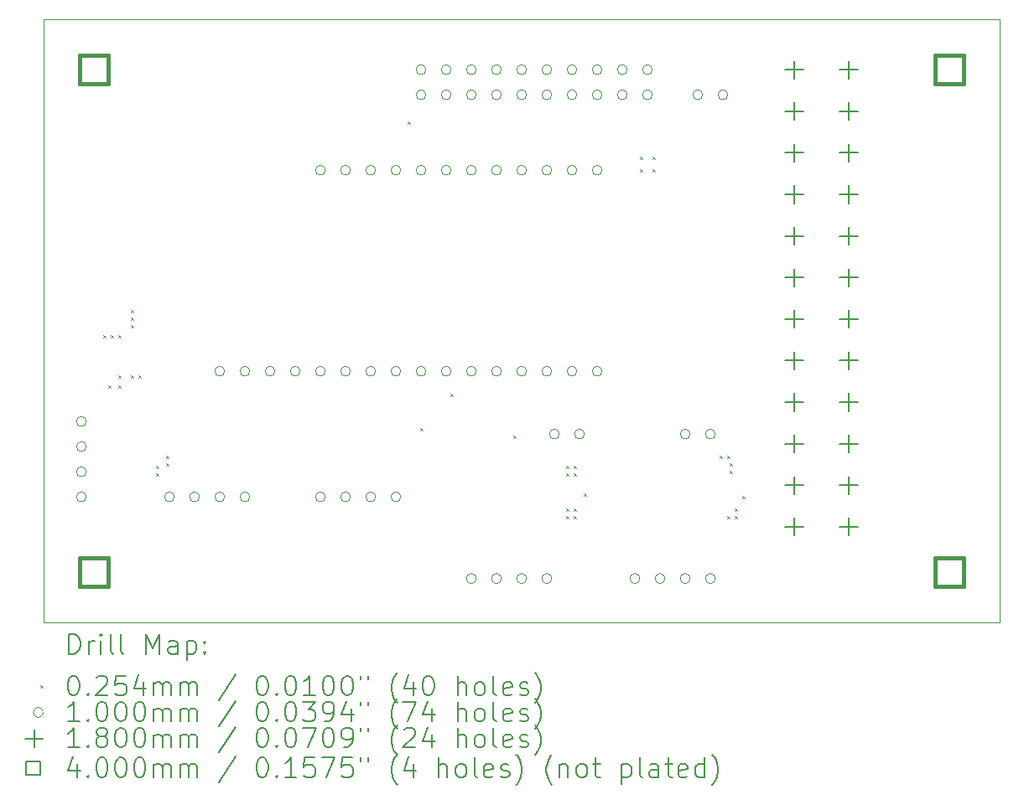
<source format=gbr>
%TF.GenerationSoftware,KiCad,Pcbnew,8.0.2-1*%
%TF.CreationDate,2024-11-16T15:01:59-05:00*%
%TF.ProjectId,Incubator-PowerBoard,496e6375-6261-4746-9f72-2d506f776572,v01a*%
%TF.SameCoordinates,Original*%
%TF.FileFunction,Drillmap*%
%TF.FilePolarity,Positive*%
%FSLAX45Y45*%
G04 Gerber Fmt 4.5, Leading zero omitted, Abs format (unit mm)*
G04 Created by KiCad (PCBNEW 8.0.2-1) date 2024-11-16 15:01:59*
%MOMM*%
%LPD*%
G01*
G04 APERTURE LIST*
%ADD10C,0.100000*%
%ADD11C,0.200000*%
%ADD12C,0.180000*%
%ADD13C,0.400000*%
G04 APERTURE END LIST*
D10*
X10922000Y-2286000D02*
X20574000Y-2286000D01*
X20574000Y-8382000D01*
X10922000Y-8382000D01*
X10922000Y-2286000D01*
D11*
D10*
X11518900Y-5473700D02*
X11544300Y-5499100D01*
X11544300Y-5473700D02*
X11518900Y-5499100D01*
X11569700Y-5981700D02*
X11595100Y-6007100D01*
X11595100Y-5981700D02*
X11569700Y-6007100D01*
X11595100Y-5473700D02*
X11620500Y-5499100D01*
X11620500Y-5473700D02*
X11595100Y-5499100D01*
X11671300Y-5473700D02*
X11696700Y-5499100D01*
X11696700Y-5473700D02*
X11671300Y-5499100D01*
X11671300Y-5880100D02*
X11696700Y-5905500D01*
X11696700Y-5880100D02*
X11671300Y-5905500D01*
X11671300Y-5981700D02*
X11696700Y-6007100D01*
X11696700Y-5981700D02*
X11671300Y-6007100D01*
X11798300Y-5219700D02*
X11823700Y-5245100D01*
X11823700Y-5219700D02*
X11798300Y-5245100D01*
X11798300Y-5295900D02*
X11823700Y-5321300D01*
X11823700Y-5295900D02*
X11798300Y-5321300D01*
X11798300Y-5372100D02*
X11823700Y-5397500D01*
X11823700Y-5372100D02*
X11798300Y-5397500D01*
X11798300Y-5880100D02*
X11823700Y-5905500D01*
X11823700Y-5880100D02*
X11798300Y-5905500D01*
X11874500Y-5880100D02*
X11899900Y-5905500D01*
X11899900Y-5880100D02*
X11874500Y-5905500D01*
X12052300Y-6794500D02*
X12077700Y-6819900D01*
X12077700Y-6794500D02*
X12052300Y-6819900D01*
X12052300Y-6870700D02*
X12077700Y-6896100D01*
X12077700Y-6870700D02*
X12052300Y-6896100D01*
X12153900Y-6692900D02*
X12179300Y-6718300D01*
X12179300Y-6692900D02*
X12153900Y-6718300D01*
X12153900Y-6769100D02*
X12179300Y-6794500D01*
X12179300Y-6769100D02*
X12153900Y-6794500D01*
X14592300Y-3314700D02*
X14617700Y-3340100D01*
X14617700Y-3314700D02*
X14592300Y-3340100D01*
X14719300Y-6413500D02*
X14744700Y-6438900D01*
X14744700Y-6413500D02*
X14719300Y-6438900D01*
X15024100Y-6073140D02*
X15049500Y-6098540D01*
X15049500Y-6073140D02*
X15024100Y-6098540D01*
X15659100Y-6489700D02*
X15684500Y-6515100D01*
X15684500Y-6489700D02*
X15659100Y-6515100D01*
X16192500Y-6794500D02*
X16217900Y-6819900D01*
X16217900Y-6794500D02*
X16192500Y-6819900D01*
X16192500Y-6870700D02*
X16217900Y-6896100D01*
X16217900Y-6870700D02*
X16192500Y-6896100D01*
X16192500Y-7226300D02*
X16217900Y-7251700D01*
X16217900Y-7226300D02*
X16192500Y-7251700D01*
X16192500Y-7302500D02*
X16217900Y-7327900D01*
X16217900Y-7302500D02*
X16192500Y-7327900D01*
X16268700Y-6794500D02*
X16294100Y-6819900D01*
X16294100Y-6794500D02*
X16268700Y-6819900D01*
X16268700Y-6870700D02*
X16294100Y-6896100D01*
X16294100Y-6870700D02*
X16268700Y-6896100D01*
X16268700Y-7226300D02*
X16294100Y-7251700D01*
X16294100Y-7226300D02*
X16268700Y-7251700D01*
X16268700Y-7302500D02*
X16294100Y-7327900D01*
X16294100Y-7302500D02*
X16268700Y-7327900D01*
X16370300Y-7073900D02*
X16395700Y-7099300D01*
X16395700Y-7073900D02*
X16370300Y-7099300D01*
X16941800Y-3670300D02*
X16967200Y-3695700D01*
X16967200Y-3670300D02*
X16941800Y-3695700D01*
X16941800Y-3797300D02*
X16967200Y-3822700D01*
X16967200Y-3797300D02*
X16941800Y-3822700D01*
X17068800Y-3670300D02*
X17094200Y-3695700D01*
X17094200Y-3670300D02*
X17068800Y-3695700D01*
X17068800Y-3797300D02*
X17094200Y-3822700D01*
X17094200Y-3797300D02*
X17068800Y-3822700D01*
X17741900Y-6692900D02*
X17767300Y-6718300D01*
X17767300Y-6692900D02*
X17741900Y-6718300D01*
X17818100Y-6692900D02*
X17843500Y-6718300D01*
X17843500Y-6692900D02*
X17818100Y-6718300D01*
X17818100Y-7302500D02*
X17843500Y-7327900D01*
X17843500Y-7302500D02*
X17818100Y-7327900D01*
X17843500Y-6769100D02*
X17868900Y-6794500D01*
X17868900Y-6769100D02*
X17843500Y-6794500D01*
X17843500Y-6845300D02*
X17868900Y-6870700D01*
X17868900Y-6845300D02*
X17843500Y-6870700D01*
X17894300Y-7226300D02*
X17919700Y-7251700D01*
X17919700Y-7226300D02*
X17894300Y-7251700D01*
X17894300Y-7302500D02*
X17919700Y-7327900D01*
X17919700Y-7302500D02*
X17894300Y-7327900D01*
X17970500Y-7099300D02*
X17995900Y-7124700D01*
X17995900Y-7099300D02*
X17970500Y-7124700D01*
X11353000Y-6350000D02*
G75*
G02*
X11253000Y-6350000I-50000J0D01*
G01*
X11253000Y-6350000D02*
G75*
G02*
X11353000Y-6350000I50000J0D01*
G01*
X11353000Y-6604000D02*
G75*
G02*
X11253000Y-6604000I-50000J0D01*
G01*
X11253000Y-6604000D02*
G75*
G02*
X11353000Y-6604000I50000J0D01*
G01*
X11353000Y-6858000D02*
G75*
G02*
X11253000Y-6858000I-50000J0D01*
G01*
X11253000Y-6858000D02*
G75*
G02*
X11353000Y-6858000I50000J0D01*
G01*
X11353000Y-7112000D02*
G75*
G02*
X11253000Y-7112000I-50000J0D01*
G01*
X11253000Y-7112000D02*
G75*
G02*
X11353000Y-7112000I50000J0D01*
G01*
X12242000Y-7112000D02*
G75*
G02*
X12142000Y-7112000I-50000J0D01*
G01*
X12142000Y-7112000D02*
G75*
G02*
X12242000Y-7112000I50000J0D01*
G01*
X12496000Y-7112000D02*
G75*
G02*
X12396000Y-7112000I-50000J0D01*
G01*
X12396000Y-7112000D02*
G75*
G02*
X12496000Y-7112000I50000J0D01*
G01*
X12750000Y-5842000D02*
G75*
G02*
X12650000Y-5842000I-50000J0D01*
G01*
X12650000Y-5842000D02*
G75*
G02*
X12750000Y-5842000I50000J0D01*
G01*
X12750000Y-7112000D02*
G75*
G02*
X12650000Y-7112000I-50000J0D01*
G01*
X12650000Y-7112000D02*
G75*
G02*
X12750000Y-7112000I50000J0D01*
G01*
X13004000Y-5842000D02*
G75*
G02*
X12904000Y-5842000I-50000J0D01*
G01*
X12904000Y-5842000D02*
G75*
G02*
X13004000Y-5842000I50000J0D01*
G01*
X13004000Y-7112000D02*
G75*
G02*
X12904000Y-7112000I-50000J0D01*
G01*
X12904000Y-7112000D02*
G75*
G02*
X13004000Y-7112000I50000J0D01*
G01*
X13258000Y-5842000D02*
G75*
G02*
X13158000Y-5842000I-50000J0D01*
G01*
X13158000Y-5842000D02*
G75*
G02*
X13258000Y-5842000I50000J0D01*
G01*
X13512000Y-5842000D02*
G75*
G02*
X13412000Y-5842000I-50000J0D01*
G01*
X13412000Y-5842000D02*
G75*
G02*
X13512000Y-5842000I50000J0D01*
G01*
X13766000Y-3810000D02*
G75*
G02*
X13666000Y-3810000I-50000J0D01*
G01*
X13666000Y-3810000D02*
G75*
G02*
X13766000Y-3810000I50000J0D01*
G01*
X13766000Y-5842000D02*
G75*
G02*
X13666000Y-5842000I-50000J0D01*
G01*
X13666000Y-5842000D02*
G75*
G02*
X13766000Y-5842000I50000J0D01*
G01*
X13766000Y-7112000D02*
G75*
G02*
X13666000Y-7112000I-50000J0D01*
G01*
X13666000Y-7112000D02*
G75*
G02*
X13766000Y-7112000I50000J0D01*
G01*
X14020000Y-3810000D02*
G75*
G02*
X13920000Y-3810000I-50000J0D01*
G01*
X13920000Y-3810000D02*
G75*
G02*
X14020000Y-3810000I50000J0D01*
G01*
X14020000Y-5842000D02*
G75*
G02*
X13920000Y-5842000I-50000J0D01*
G01*
X13920000Y-5842000D02*
G75*
G02*
X14020000Y-5842000I50000J0D01*
G01*
X14020000Y-7112000D02*
G75*
G02*
X13920000Y-7112000I-50000J0D01*
G01*
X13920000Y-7112000D02*
G75*
G02*
X14020000Y-7112000I50000J0D01*
G01*
X14274000Y-3810000D02*
G75*
G02*
X14174000Y-3810000I-50000J0D01*
G01*
X14174000Y-3810000D02*
G75*
G02*
X14274000Y-3810000I50000J0D01*
G01*
X14274000Y-5842000D02*
G75*
G02*
X14174000Y-5842000I-50000J0D01*
G01*
X14174000Y-5842000D02*
G75*
G02*
X14274000Y-5842000I50000J0D01*
G01*
X14274000Y-7112000D02*
G75*
G02*
X14174000Y-7112000I-50000J0D01*
G01*
X14174000Y-7112000D02*
G75*
G02*
X14274000Y-7112000I50000J0D01*
G01*
X14528000Y-3810000D02*
G75*
G02*
X14428000Y-3810000I-50000J0D01*
G01*
X14428000Y-3810000D02*
G75*
G02*
X14528000Y-3810000I50000J0D01*
G01*
X14528000Y-5842000D02*
G75*
G02*
X14428000Y-5842000I-50000J0D01*
G01*
X14428000Y-5842000D02*
G75*
G02*
X14528000Y-5842000I50000J0D01*
G01*
X14528000Y-7112000D02*
G75*
G02*
X14428000Y-7112000I-50000J0D01*
G01*
X14428000Y-7112000D02*
G75*
G02*
X14528000Y-7112000I50000J0D01*
G01*
X14782000Y-2794000D02*
G75*
G02*
X14682000Y-2794000I-50000J0D01*
G01*
X14682000Y-2794000D02*
G75*
G02*
X14782000Y-2794000I50000J0D01*
G01*
X14782000Y-3048000D02*
G75*
G02*
X14682000Y-3048000I-50000J0D01*
G01*
X14682000Y-3048000D02*
G75*
G02*
X14782000Y-3048000I50000J0D01*
G01*
X14782000Y-3810000D02*
G75*
G02*
X14682000Y-3810000I-50000J0D01*
G01*
X14682000Y-3810000D02*
G75*
G02*
X14782000Y-3810000I50000J0D01*
G01*
X14782000Y-5842000D02*
G75*
G02*
X14682000Y-5842000I-50000J0D01*
G01*
X14682000Y-5842000D02*
G75*
G02*
X14782000Y-5842000I50000J0D01*
G01*
X15036000Y-2794000D02*
G75*
G02*
X14936000Y-2794000I-50000J0D01*
G01*
X14936000Y-2794000D02*
G75*
G02*
X15036000Y-2794000I50000J0D01*
G01*
X15036000Y-3048000D02*
G75*
G02*
X14936000Y-3048000I-50000J0D01*
G01*
X14936000Y-3048000D02*
G75*
G02*
X15036000Y-3048000I50000J0D01*
G01*
X15036000Y-3810000D02*
G75*
G02*
X14936000Y-3810000I-50000J0D01*
G01*
X14936000Y-3810000D02*
G75*
G02*
X15036000Y-3810000I50000J0D01*
G01*
X15036000Y-5842000D02*
G75*
G02*
X14936000Y-5842000I-50000J0D01*
G01*
X14936000Y-5842000D02*
G75*
G02*
X15036000Y-5842000I50000J0D01*
G01*
X15290000Y-2794000D02*
G75*
G02*
X15190000Y-2794000I-50000J0D01*
G01*
X15190000Y-2794000D02*
G75*
G02*
X15290000Y-2794000I50000J0D01*
G01*
X15290000Y-3048000D02*
G75*
G02*
X15190000Y-3048000I-50000J0D01*
G01*
X15190000Y-3048000D02*
G75*
G02*
X15290000Y-3048000I50000J0D01*
G01*
X15290000Y-3810000D02*
G75*
G02*
X15190000Y-3810000I-50000J0D01*
G01*
X15190000Y-3810000D02*
G75*
G02*
X15290000Y-3810000I50000J0D01*
G01*
X15290000Y-5842000D02*
G75*
G02*
X15190000Y-5842000I-50000J0D01*
G01*
X15190000Y-5842000D02*
G75*
G02*
X15290000Y-5842000I50000J0D01*
G01*
X15290000Y-7937500D02*
G75*
G02*
X15190000Y-7937500I-50000J0D01*
G01*
X15190000Y-7937500D02*
G75*
G02*
X15290000Y-7937500I50000J0D01*
G01*
X15544000Y-2794000D02*
G75*
G02*
X15444000Y-2794000I-50000J0D01*
G01*
X15444000Y-2794000D02*
G75*
G02*
X15544000Y-2794000I50000J0D01*
G01*
X15544000Y-3048000D02*
G75*
G02*
X15444000Y-3048000I-50000J0D01*
G01*
X15444000Y-3048000D02*
G75*
G02*
X15544000Y-3048000I50000J0D01*
G01*
X15544000Y-3810000D02*
G75*
G02*
X15444000Y-3810000I-50000J0D01*
G01*
X15444000Y-3810000D02*
G75*
G02*
X15544000Y-3810000I50000J0D01*
G01*
X15544000Y-5842000D02*
G75*
G02*
X15444000Y-5842000I-50000J0D01*
G01*
X15444000Y-5842000D02*
G75*
G02*
X15544000Y-5842000I50000J0D01*
G01*
X15544000Y-7937500D02*
G75*
G02*
X15444000Y-7937500I-50000J0D01*
G01*
X15444000Y-7937500D02*
G75*
G02*
X15544000Y-7937500I50000J0D01*
G01*
X15798000Y-2794000D02*
G75*
G02*
X15698000Y-2794000I-50000J0D01*
G01*
X15698000Y-2794000D02*
G75*
G02*
X15798000Y-2794000I50000J0D01*
G01*
X15798000Y-3048000D02*
G75*
G02*
X15698000Y-3048000I-50000J0D01*
G01*
X15698000Y-3048000D02*
G75*
G02*
X15798000Y-3048000I50000J0D01*
G01*
X15798000Y-3810000D02*
G75*
G02*
X15698000Y-3810000I-50000J0D01*
G01*
X15698000Y-3810000D02*
G75*
G02*
X15798000Y-3810000I50000J0D01*
G01*
X15798000Y-5842000D02*
G75*
G02*
X15698000Y-5842000I-50000J0D01*
G01*
X15698000Y-5842000D02*
G75*
G02*
X15798000Y-5842000I50000J0D01*
G01*
X15798000Y-7937500D02*
G75*
G02*
X15698000Y-7937500I-50000J0D01*
G01*
X15698000Y-7937500D02*
G75*
G02*
X15798000Y-7937500I50000J0D01*
G01*
X16052000Y-2794000D02*
G75*
G02*
X15952000Y-2794000I-50000J0D01*
G01*
X15952000Y-2794000D02*
G75*
G02*
X16052000Y-2794000I50000J0D01*
G01*
X16052000Y-3048000D02*
G75*
G02*
X15952000Y-3048000I-50000J0D01*
G01*
X15952000Y-3048000D02*
G75*
G02*
X16052000Y-3048000I50000J0D01*
G01*
X16052000Y-3810000D02*
G75*
G02*
X15952000Y-3810000I-50000J0D01*
G01*
X15952000Y-3810000D02*
G75*
G02*
X16052000Y-3810000I50000J0D01*
G01*
X16052000Y-5842000D02*
G75*
G02*
X15952000Y-5842000I-50000J0D01*
G01*
X15952000Y-5842000D02*
G75*
G02*
X16052000Y-5842000I50000J0D01*
G01*
X16052000Y-7937500D02*
G75*
G02*
X15952000Y-7937500I-50000J0D01*
G01*
X15952000Y-7937500D02*
G75*
G02*
X16052000Y-7937500I50000J0D01*
G01*
X16128200Y-6477000D02*
G75*
G02*
X16028200Y-6477000I-50000J0D01*
G01*
X16028200Y-6477000D02*
G75*
G02*
X16128200Y-6477000I50000J0D01*
G01*
X16306000Y-2794000D02*
G75*
G02*
X16206000Y-2794000I-50000J0D01*
G01*
X16206000Y-2794000D02*
G75*
G02*
X16306000Y-2794000I50000J0D01*
G01*
X16306000Y-3048000D02*
G75*
G02*
X16206000Y-3048000I-50000J0D01*
G01*
X16206000Y-3048000D02*
G75*
G02*
X16306000Y-3048000I50000J0D01*
G01*
X16306000Y-3810000D02*
G75*
G02*
X16206000Y-3810000I-50000J0D01*
G01*
X16206000Y-3810000D02*
G75*
G02*
X16306000Y-3810000I50000J0D01*
G01*
X16306000Y-5842000D02*
G75*
G02*
X16206000Y-5842000I-50000J0D01*
G01*
X16206000Y-5842000D02*
G75*
G02*
X16306000Y-5842000I50000J0D01*
G01*
X16382200Y-6477000D02*
G75*
G02*
X16282200Y-6477000I-50000J0D01*
G01*
X16282200Y-6477000D02*
G75*
G02*
X16382200Y-6477000I50000J0D01*
G01*
X16560000Y-2794000D02*
G75*
G02*
X16460000Y-2794000I-50000J0D01*
G01*
X16460000Y-2794000D02*
G75*
G02*
X16560000Y-2794000I50000J0D01*
G01*
X16560000Y-3048000D02*
G75*
G02*
X16460000Y-3048000I-50000J0D01*
G01*
X16460000Y-3048000D02*
G75*
G02*
X16560000Y-3048000I50000J0D01*
G01*
X16560000Y-3810000D02*
G75*
G02*
X16460000Y-3810000I-50000J0D01*
G01*
X16460000Y-3810000D02*
G75*
G02*
X16560000Y-3810000I50000J0D01*
G01*
X16560000Y-5842000D02*
G75*
G02*
X16460000Y-5842000I-50000J0D01*
G01*
X16460000Y-5842000D02*
G75*
G02*
X16560000Y-5842000I50000J0D01*
G01*
X16814000Y-2794000D02*
G75*
G02*
X16714000Y-2794000I-50000J0D01*
G01*
X16714000Y-2794000D02*
G75*
G02*
X16814000Y-2794000I50000J0D01*
G01*
X16814000Y-3048000D02*
G75*
G02*
X16714000Y-3048000I-50000J0D01*
G01*
X16714000Y-3048000D02*
G75*
G02*
X16814000Y-3048000I50000J0D01*
G01*
X16941000Y-7937500D02*
G75*
G02*
X16841000Y-7937500I-50000J0D01*
G01*
X16841000Y-7937500D02*
G75*
G02*
X16941000Y-7937500I50000J0D01*
G01*
X17068000Y-2794000D02*
G75*
G02*
X16968000Y-2794000I-50000J0D01*
G01*
X16968000Y-2794000D02*
G75*
G02*
X17068000Y-2794000I50000J0D01*
G01*
X17068000Y-3048000D02*
G75*
G02*
X16968000Y-3048000I-50000J0D01*
G01*
X16968000Y-3048000D02*
G75*
G02*
X17068000Y-3048000I50000J0D01*
G01*
X17195000Y-7937500D02*
G75*
G02*
X17095000Y-7937500I-50000J0D01*
G01*
X17095000Y-7937500D02*
G75*
G02*
X17195000Y-7937500I50000J0D01*
G01*
X17449000Y-6477000D02*
G75*
G02*
X17349000Y-6477000I-50000J0D01*
G01*
X17349000Y-6477000D02*
G75*
G02*
X17449000Y-6477000I50000J0D01*
G01*
X17449000Y-7937500D02*
G75*
G02*
X17349000Y-7937500I-50000J0D01*
G01*
X17349000Y-7937500D02*
G75*
G02*
X17449000Y-7937500I50000J0D01*
G01*
X17576000Y-3048000D02*
G75*
G02*
X17476000Y-3048000I-50000J0D01*
G01*
X17476000Y-3048000D02*
G75*
G02*
X17576000Y-3048000I50000J0D01*
G01*
X17703000Y-6477000D02*
G75*
G02*
X17603000Y-6477000I-50000J0D01*
G01*
X17603000Y-6477000D02*
G75*
G02*
X17703000Y-6477000I50000J0D01*
G01*
X17703000Y-7937500D02*
G75*
G02*
X17603000Y-7937500I-50000J0D01*
G01*
X17603000Y-7937500D02*
G75*
G02*
X17703000Y-7937500I50000J0D01*
G01*
X17830000Y-3048000D02*
G75*
G02*
X17730000Y-3048000I-50000J0D01*
G01*
X17730000Y-3048000D02*
G75*
G02*
X17830000Y-3048000I50000J0D01*
G01*
D12*
X18500000Y-2704000D02*
X18500000Y-2884000D01*
X18410000Y-2794000D02*
X18590000Y-2794000D01*
X18500000Y-3124000D02*
X18500000Y-3304000D01*
X18410000Y-3214000D02*
X18590000Y-3214000D01*
X18500000Y-3544000D02*
X18500000Y-3724000D01*
X18410000Y-3634000D02*
X18590000Y-3634000D01*
X18500000Y-3964000D02*
X18500000Y-4144000D01*
X18410000Y-4054000D02*
X18590000Y-4054000D01*
X18500000Y-4384000D02*
X18500000Y-4564000D01*
X18410000Y-4474000D02*
X18590000Y-4474000D01*
X18500000Y-4804000D02*
X18500000Y-4984000D01*
X18410000Y-4894000D02*
X18590000Y-4894000D01*
X18500000Y-5224000D02*
X18500000Y-5404000D01*
X18410000Y-5314000D02*
X18590000Y-5314000D01*
X18500000Y-5644000D02*
X18500000Y-5824000D01*
X18410000Y-5734000D02*
X18590000Y-5734000D01*
X18500000Y-6064000D02*
X18500000Y-6244000D01*
X18410000Y-6154000D02*
X18590000Y-6154000D01*
X18500000Y-6484000D02*
X18500000Y-6664000D01*
X18410000Y-6574000D02*
X18590000Y-6574000D01*
X18500000Y-6904000D02*
X18500000Y-7084000D01*
X18410000Y-6994000D02*
X18590000Y-6994000D01*
X18500000Y-7324000D02*
X18500000Y-7504000D01*
X18410000Y-7414000D02*
X18590000Y-7414000D01*
X19050000Y-2704000D02*
X19050000Y-2884000D01*
X18960000Y-2794000D02*
X19140000Y-2794000D01*
X19050000Y-3124000D02*
X19050000Y-3304000D01*
X18960000Y-3214000D02*
X19140000Y-3214000D01*
X19050000Y-3544000D02*
X19050000Y-3724000D01*
X18960000Y-3634000D02*
X19140000Y-3634000D01*
X19050000Y-3964000D02*
X19050000Y-4144000D01*
X18960000Y-4054000D02*
X19140000Y-4054000D01*
X19050000Y-4384000D02*
X19050000Y-4564000D01*
X18960000Y-4474000D02*
X19140000Y-4474000D01*
X19050000Y-4804000D02*
X19050000Y-4984000D01*
X18960000Y-4894000D02*
X19140000Y-4894000D01*
X19050000Y-5224000D02*
X19050000Y-5404000D01*
X18960000Y-5314000D02*
X19140000Y-5314000D01*
X19050000Y-5644000D02*
X19050000Y-5824000D01*
X18960000Y-5734000D02*
X19140000Y-5734000D01*
X19050000Y-6064000D02*
X19050000Y-6244000D01*
X18960000Y-6154000D02*
X19140000Y-6154000D01*
X19050000Y-6484000D02*
X19050000Y-6664000D01*
X18960000Y-6574000D02*
X19140000Y-6574000D01*
X19050000Y-6904000D02*
X19050000Y-7084000D01*
X18960000Y-6994000D02*
X19140000Y-6994000D01*
X19050000Y-7324000D02*
X19050000Y-7504000D01*
X18960000Y-7414000D02*
X19140000Y-7414000D01*
D13*
X11571423Y-2935423D02*
X11571423Y-2652577D01*
X11288577Y-2652577D01*
X11288577Y-2935423D01*
X11571423Y-2935423D01*
X11571423Y-8015423D02*
X11571423Y-7732577D01*
X11288577Y-7732577D01*
X11288577Y-8015423D01*
X11571423Y-8015423D01*
X20207423Y-2935423D02*
X20207423Y-2652577D01*
X19924577Y-2652577D01*
X19924577Y-2935423D01*
X20207423Y-2935423D01*
X20207423Y-8015423D02*
X20207423Y-7732577D01*
X19924577Y-7732577D01*
X19924577Y-8015423D01*
X20207423Y-8015423D01*
D11*
X11177777Y-8698484D02*
X11177777Y-8498484D01*
X11177777Y-8498484D02*
X11225396Y-8498484D01*
X11225396Y-8498484D02*
X11253967Y-8508008D01*
X11253967Y-8508008D02*
X11273015Y-8527055D01*
X11273015Y-8527055D02*
X11282539Y-8546103D01*
X11282539Y-8546103D02*
X11292062Y-8584198D01*
X11292062Y-8584198D02*
X11292062Y-8612770D01*
X11292062Y-8612770D02*
X11282539Y-8650865D01*
X11282539Y-8650865D02*
X11273015Y-8669912D01*
X11273015Y-8669912D02*
X11253967Y-8688960D01*
X11253967Y-8688960D02*
X11225396Y-8698484D01*
X11225396Y-8698484D02*
X11177777Y-8698484D01*
X11377777Y-8698484D02*
X11377777Y-8565150D01*
X11377777Y-8603246D02*
X11387301Y-8584198D01*
X11387301Y-8584198D02*
X11396824Y-8574674D01*
X11396824Y-8574674D02*
X11415872Y-8565150D01*
X11415872Y-8565150D02*
X11434920Y-8565150D01*
X11501586Y-8698484D02*
X11501586Y-8565150D01*
X11501586Y-8498484D02*
X11492062Y-8508008D01*
X11492062Y-8508008D02*
X11501586Y-8517531D01*
X11501586Y-8517531D02*
X11511110Y-8508008D01*
X11511110Y-8508008D02*
X11501586Y-8498484D01*
X11501586Y-8498484D02*
X11501586Y-8517531D01*
X11625396Y-8698484D02*
X11606348Y-8688960D01*
X11606348Y-8688960D02*
X11596824Y-8669912D01*
X11596824Y-8669912D02*
X11596824Y-8498484D01*
X11730158Y-8698484D02*
X11711110Y-8688960D01*
X11711110Y-8688960D02*
X11701586Y-8669912D01*
X11701586Y-8669912D02*
X11701586Y-8498484D01*
X11958729Y-8698484D02*
X11958729Y-8498484D01*
X11958729Y-8498484D02*
X12025396Y-8641341D01*
X12025396Y-8641341D02*
X12092062Y-8498484D01*
X12092062Y-8498484D02*
X12092062Y-8698484D01*
X12273015Y-8698484D02*
X12273015Y-8593722D01*
X12273015Y-8593722D02*
X12263491Y-8574674D01*
X12263491Y-8574674D02*
X12244443Y-8565150D01*
X12244443Y-8565150D02*
X12206348Y-8565150D01*
X12206348Y-8565150D02*
X12187301Y-8574674D01*
X12273015Y-8688960D02*
X12253967Y-8698484D01*
X12253967Y-8698484D02*
X12206348Y-8698484D01*
X12206348Y-8698484D02*
X12187301Y-8688960D01*
X12187301Y-8688960D02*
X12177777Y-8669912D01*
X12177777Y-8669912D02*
X12177777Y-8650865D01*
X12177777Y-8650865D02*
X12187301Y-8631817D01*
X12187301Y-8631817D02*
X12206348Y-8622293D01*
X12206348Y-8622293D02*
X12253967Y-8622293D01*
X12253967Y-8622293D02*
X12273015Y-8612770D01*
X12368253Y-8565150D02*
X12368253Y-8765150D01*
X12368253Y-8574674D02*
X12387301Y-8565150D01*
X12387301Y-8565150D02*
X12425396Y-8565150D01*
X12425396Y-8565150D02*
X12444443Y-8574674D01*
X12444443Y-8574674D02*
X12453967Y-8584198D01*
X12453967Y-8584198D02*
X12463491Y-8603246D01*
X12463491Y-8603246D02*
X12463491Y-8660389D01*
X12463491Y-8660389D02*
X12453967Y-8679436D01*
X12453967Y-8679436D02*
X12444443Y-8688960D01*
X12444443Y-8688960D02*
X12425396Y-8698484D01*
X12425396Y-8698484D02*
X12387301Y-8698484D01*
X12387301Y-8698484D02*
X12368253Y-8688960D01*
X12549205Y-8679436D02*
X12558729Y-8688960D01*
X12558729Y-8688960D02*
X12549205Y-8698484D01*
X12549205Y-8698484D02*
X12539682Y-8688960D01*
X12539682Y-8688960D02*
X12549205Y-8679436D01*
X12549205Y-8679436D02*
X12549205Y-8698484D01*
X12549205Y-8574674D02*
X12558729Y-8584198D01*
X12558729Y-8584198D02*
X12549205Y-8593722D01*
X12549205Y-8593722D02*
X12539682Y-8584198D01*
X12539682Y-8584198D02*
X12549205Y-8574674D01*
X12549205Y-8574674D02*
X12549205Y-8593722D01*
D10*
X10891600Y-9014300D02*
X10917000Y-9039700D01*
X10917000Y-9014300D02*
X10891600Y-9039700D01*
D11*
X11215872Y-8918484D02*
X11234920Y-8918484D01*
X11234920Y-8918484D02*
X11253967Y-8928008D01*
X11253967Y-8928008D02*
X11263491Y-8937531D01*
X11263491Y-8937531D02*
X11273015Y-8956579D01*
X11273015Y-8956579D02*
X11282539Y-8994674D01*
X11282539Y-8994674D02*
X11282539Y-9042293D01*
X11282539Y-9042293D02*
X11273015Y-9080389D01*
X11273015Y-9080389D02*
X11263491Y-9099436D01*
X11263491Y-9099436D02*
X11253967Y-9108960D01*
X11253967Y-9108960D02*
X11234920Y-9118484D01*
X11234920Y-9118484D02*
X11215872Y-9118484D01*
X11215872Y-9118484D02*
X11196824Y-9108960D01*
X11196824Y-9108960D02*
X11187301Y-9099436D01*
X11187301Y-9099436D02*
X11177777Y-9080389D01*
X11177777Y-9080389D02*
X11168253Y-9042293D01*
X11168253Y-9042293D02*
X11168253Y-8994674D01*
X11168253Y-8994674D02*
X11177777Y-8956579D01*
X11177777Y-8956579D02*
X11187301Y-8937531D01*
X11187301Y-8937531D02*
X11196824Y-8928008D01*
X11196824Y-8928008D02*
X11215872Y-8918484D01*
X11368253Y-9099436D02*
X11377777Y-9108960D01*
X11377777Y-9108960D02*
X11368253Y-9118484D01*
X11368253Y-9118484D02*
X11358729Y-9108960D01*
X11358729Y-9108960D02*
X11368253Y-9099436D01*
X11368253Y-9099436D02*
X11368253Y-9118484D01*
X11453967Y-8937531D02*
X11463491Y-8928008D01*
X11463491Y-8928008D02*
X11482539Y-8918484D01*
X11482539Y-8918484D02*
X11530158Y-8918484D01*
X11530158Y-8918484D02*
X11549205Y-8928008D01*
X11549205Y-8928008D02*
X11558729Y-8937531D01*
X11558729Y-8937531D02*
X11568253Y-8956579D01*
X11568253Y-8956579D02*
X11568253Y-8975627D01*
X11568253Y-8975627D02*
X11558729Y-9004198D01*
X11558729Y-9004198D02*
X11444443Y-9118484D01*
X11444443Y-9118484D02*
X11568253Y-9118484D01*
X11749205Y-8918484D02*
X11653967Y-8918484D01*
X11653967Y-8918484D02*
X11644443Y-9013722D01*
X11644443Y-9013722D02*
X11653967Y-9004198D01*
X11653967Y-9004198D02*
X11673015Y-8994674D01*
X11673015Y-8994674D02*
X11720634Y-8994674D01*
X11720634Y-8994674D02*
X11739682Y-9004198D01*
X11739682Y-9004198D02*
X11749205Y-9013722D01*
X11749205Y-9013722D02*
X11758729Y-9032770D01*
X11758729Y-9032770D02*
X11758729Y-9080389D01*
X11758729Y-9080389D02*
X11749205Y-9099436D01*
X11749205Y-9099436D02*
X11739682Y-9108960D01*
X11739682Y-9108960D02*
X11720634Y-9118484D01*
X11720634Y-9118484D02*
X11673015Y-9118484D01*
X11673015Y-9118484D02*
X11653967Y-9108960D01*
X11653967Y-9108960D02*
X11644443Y-9099436D01*
X11930158Y-8985150D02*
X11930158Y-9118484D01*
X11882539Y-8908960D02*
X11834920Y-9051817D01*
X11834920Y-9051817D02*
X11958729Y-9051817D01*
X12034920Y-9118484D02*
X12034920Y-8985150D01*
X12034920Y-9004198D02*
X12044443Y-8994674D01*
X12044443Y-8994674D02*
X12063491Y-8985150D01*
X12063491Y-8985150D02*
X12092063Y-8985150D01*
X12092063Y-8985150D02*
X12111110Y-8994674D01*
X12111110Y-8994674D02*
X12120634Y-9013722D01*
X12120634Y-9013722D02*
X12120634Y-9118484D01*
X12120634Y-9013722D02*
X12130158Y-8994674D01*
X12130158Y-8994674D02*
X12149205Y-8985150D01*
X12149205Y-8985150D02*
X12177777Y-8985150D01*
X12177777Y-8985150D02*
X12196824Y-8994674D01*
X12196824Y-8994674D02*
X12206348Y-9013722D01*
X12206348Y-9013722D02*
X12206348Y-9118484D01*
X12301586Y-9118484D02*
X12301586Y-8985150D01*
X12301586Y-9004198D02*
X12311110Y-8994674D01*
X12311110Y-8994674D02*
X12330158Y-8985150D01*
X12330158Y-8985150D02*
X12358729Y-8985150D01*
X12358729Y-8985150D02*
X12377777Y-8994674D01*
X12377777Y-8994674D02*
X12387301Y-9013722D01*
X12387301Y-9013722D02*
X12387301Y-9118484D01*
X12387301Y-9013722D02*
X12396824Y-8994674D01*
X12396824Y-8994674D02*
X12415872Y-8985150D01*
X12415872Y-8985150D02*
X12444443Y-8985150D01*
X12444443Y-8985150D02*
X12463491Y-8994674D01*
X12463491Y-8994674D02*
X12473015Y-9013722D01*
X12473015Y-9013722D02*
X12473015Y-9118484D01*
X12863491Y-8908960D02*
X12692063Y-9166103D01*
X13120634Y-8918484D02*
X13139682Y-8918484D01*
X13139682Y-8918484D02*
X13158729Y-8928008D01*
X13158729Y-8928008D02*
X13168253Y-8937531D01*
X13168253Y-8937531D02*
X13177777Y-8956579D01*
X13177777Y-8956579D02*
X13187301Y-8994674D01*
X13187301Y-8994674D02*
X13187301Y-9042293D01*
X13187301Y-9042293D02*
X13177777Y-9080389D01*
X13177777Y-9080389D02*
X13168253Y-9099436D01*
X13168253Y-9099436D02*
X13158729Y-9108960D01*
X13158729Y-9108960D02*
X13139682Y-9118484D01*
X13139682Y-9118484D02*
X13120634Y-9118484D01*
X13120634Y-9118484D02*
X13101586Y-9108960D01*
X13101586Y-9108960D02*
X13092063Y-9099436D01*
X13092063Y-9099436D02*
X13082539Y-9080389D01*
X13082539Y-9080389D02*
X13073015Y-9042293D01*
X13073015Y-9042293D02*
X13073015Y-8994674D01*
X13073015Y-8994674D02*
X13082539Y-8956579D01*
X13082539Y-8956579D02*
X13092063Y-8937531D01*
X13092063Y-8937531D02*
X13101586Y-8928008D01*
X13101586Y-8928008D02*
X13120634Y-8918484D01*
X13273015Y-9099436D02*
X13282539Y-9108960D01*
X13282539Y-9108960D02*
X13273015Y-9118484D01*
X13273015Y-9118484D02*
X13263491Y-9108960D01*
X13263491Y-9108960D02*
X13273015Y-9099436D01*
X13273015Y-9099436D02*
X13273015Y-9118484D01*
X13406348Y-8918484D02*
X13425396Y-8918484D01*
X13425396Y-8918484D02*
X13444444Y-8928008D01*
X13444444Y-8928008D02*
X13453967Y-8937531D01*
X13453967Y-8937531D02*
X13463491Y-8956579D01*
X13463491Y-8956579D02*
X13473015Y-8994674D01*
X13473015Y-8994674D02*
X13473015Y-9042293D01*
X13473015Y-9042293D02*
X13463491Y-9080389D01*
X13463491Y-9080389D02*
X13453967Y-9099436D01*
X13453967Y-9099436D02*
X13444444Y-9108960D01*
X13444444Y-9108960D02*
X13425396Y-9118484D01*
X13425396Y-9118484D02*
X13406348Y-9118484D01*
X13406348Y-9118484D02*
X13387301Y-9108960D01*
X13387301Y-9108960D02*
X13377777Y-9099436D01*
X13377777Y-9099436D02*
X13368253Y-9080389D01*
X13368253Y-9080389D02*
X13358729Y-9042293D01*
X13358729Y-9042293D02*
X13358729Y-8994674D01*
X13358729Y-8994674D02*
X13368253Y-8956579D01*
X13368253Y-8956579D02*
X13377777Y-8937531D01*
X13377777Y-8937531D02*
X13387301Y-8928008D01*
X13387301Y-8928008D02*
X13406348Y-8918484D01*
X13663491Y-9118484D02*
X13549206Y-9118484D01*
X13606348Y-9118484D02*
X13606348Y-8918484D01*
X13606348Y-8918484D02*
X13587301Y-8947055D01*
X13587301Y-8947055D02*
X13568253Y-8966103D01*
X13568253Y-8966103D02*
X13549206Y-8975627D01*
X13787301Y-8918484D02*
X13806348Y-8918484D01*
X13806348Y-8918484D02*
X13825396Y-8928008D01*
X13825396Y-8928008D02*
X13834920Y-8937531D01*
X13834920Y-8937531D02*
X13844444Y-8956579D01*
X13844444Y-8956579D02*
X13853967Y-8994674D01*
X13853967Y-8994674D02*
X13853967Y-9042293D01*
X13853967Y-9042293D02*
X13844444Y-9080389D01*
X13844444Y-9080389D02*
X13834920Y-9099436D01*
X13834920Y-9099436D02*
X13825396Y-9108960D01*
X13825396Y-9108960D02*
X13806348Y-9118484D01*
X13806348Y-9118484D02*
X13787301Y-9118484D01*
X13787301Y-9118484D02*
X13768253Y-9108960D01*
X13768253Y-9108960D02*
X13758729Y-9099436D01*
X13758729Y-9099436D02*
X13749206Y-9080389D01*
X13749206Y-9080389D02*
X13739682Y-9042293D01*
X13739682Y-9042293D02*
X13739682Y-8994674D01*
X13739682Y-8994674D02*
X13749206Y-8956579D01*
X13749206Y-8956579D02*
X13758729Y-8937531D01*
X13758729Y-8937531D02*
X13768253Y-8928008D01*
X13768253Y-8928008D02*
X13787301Y-8918484D01*
X13977777Y-8918484D02*
X13996825Y-8918484D01*
X13996825Y-8918484D02*
X14015872Y-8928008D01*
X14015872Y-8928008D02*
X14025396Y-8937531D01*
X14025396Y-8937531D02*
X14034920Y-8956579D01*
X14034920Y-8956579D02*
X14044444Y-8994674D01*
X14044444Y-8994674D02*
X14044444Y-9042293D01*
X14044444Y-9042293D02*
X14034920Y-9080389D01*
X14034920Y-9080389D02*
X14025396Y-9099436D01*
X14025396Y-9099436D02*
X14015872Y-9108960D01*
X14015872Y-9108960D02*
X13996825Y-9118484D01*
X13996825Y-9118484D02*
X13977777Y-9118484D01*
X13977777Y-9118484D02*
X13958729Y-9108960D01*
X13958729Y-9108960D02*
X13949206Y-9099436D01*
X13949206Y-9099436D02*
X13939682Y-9080389D01*
X13939682Y-9080389D02*
X13930158Y-9042293D01*
X13930158Y-9042293D02*
X13930158Y-8994674D01*
X13930158Y-8994674D02*
X13939682Y-8956579D01*
X13939682Y-8956579D02*
X13949206Y-8937531D01*
X13949206Y-8937531D02*
X13958729Y-8928008D01*
X13958729Y-8928008D02*
X13977777Y-8918484D01*
X14120634Y-8918484D02*
X14120634Y-8956579D01*
X14196825Y-8918484D02*
X14196825Y-8956579D01*
X14492063Y-9194674D02*
X14482539Y-9185150D01*
X14482539Y-9185150D02*
X14463491Y-9156579D01*
X14463491Y-9156579D02*
X14453968Y-9137531D01*
X14453968Y-9137531D02*
X14444444Y-9108960D01*
X14444444Y-9108960D02*
X14434920Y-9061341D01*
X14434920Y-9061341D02*
X14434920Y-9023246D01*
X14434920Y-9023246D02*
X14444444Y-8975627D01*
X14444444Y-8975627D02*
X14453968Y-8947055D01*
X14453968Y-8947055D02*
X14463491Y-8928008D01*
X14463491Y-8928008D02*
X14482539Y-8899436D01*
X14482539Y-8899436D02*
X14492063Y-8889912D01*
X14653968Y-8985150D02*
X14653968Y-9118484D01*
X14606348Y-8908960D02*
X14558729Y-9051817D01*
X14558729Y-9051817D02*
X14682539Y-9051817D01*
X14796825Y-8918484D02*
X14815872Y-8918484D01*
X14815872Y-8918484D02*
X14834920Y-8928008D01*
X14834920Y-8928008D02*
X14844444Y-8937531D01*
X14844444Y-8937531D02*
X14853968Y-8956579D01*
X14853968Y-8956579D02*
X14863491Y-8994674D01*
X14863491Y-8994674D02*
X14863491Y-9042293D01*
X14863491Y-9042293D02*
X14853968Y-9080389D01*
X14853968Y-9080389D02*
X14844444Y-9099436D01*
X14844444Y-9099436D02*
X14834920Y-9108960D01*
X14834920Y-9108960D02*
X14815872Y-9118484D01*
X14815872Y-9118484D02*
X14796825Y-9118484D01*
X14796825Y-9118484D02*
X14777777Y-9108960D01*
X14777777Y-9108960D02*
X14768253Y-9099436D01*
X14768253Y-9099436D02*
X14758729Y-9080389D01*
X14758729Y-9080389D02*
X14749206Y-9042293D01*
X14749206Y-9042293D02*
X14749206Y-8994674D01*
X14749206Y-8994674D02*
X14758729Y-8956579D01*
X14758729Y-8956579D02*
X14768253Y-8937531D01*
X14768253Y-8937531D02*
X14777777Y-8928008D01*
X14777777Y-8928008D02*
X14796825Y-8918484D01*
X15101587Y-9118484D02*
X15101587Y-8918484D01*
X15187301Y-9118484D02*
X15187301Y-9013722D01*
X15187301Y-9013722D02*
X15177777Y-8994674D01*
X15177777Y-8994674D02*
X15158730Y-8985150D01*
X15158730Y-8985150D02*
X15130158Y-8985150D01*
X15130158Y-8985150D02*
X15111110Y-8994674D01*
X15111110Y-8994674D02*
X15101587Y-9004198D01*
X15311110Y-9118484D02*
X15292063Y-9108960D01*
X15292063Y-9108960D02*
X15282539Y-9099436D01*
X15282539Y-9099436D02*
X15273015Y-9080389D01*
X15273015Y-9080389D02*
X15273015Y-9023246D01*
X15273015Y-9023246D02*
X15282539Y-9004198D01*
X15282539Y-9004198D02*
X15292063Y-8994674D01*
X15292063Y-8994674D02*
X15311110Y-8985150D01*
X15311110Y-8985150D02*
X15339682Y-8985150D01*
X15339682Y-8985150D02*
X15358730Y-8994674D01*
X15358730Y-8994674D02*
X15368253Y-9004198D01*
X15368253Y-9004198D02*
X15377777Y-9023246D01*
X15377777Y-9023246D02*
X15377777Y-9080389D01*
X15377777Y-9080389D02*
X15368253Y-9099436D01*
X15368253Y-9099436D02*
X15358730Y-9108960D01*
X15358730Y-9108960D02*
X15339682Y-9118484D01*
X15339682Y-9118484D02*
X15311110Y-9118484D01*
X15492063Y-9118484D02*
X15473015Y-9108960D01*
X15473015Y-9108960D02*
X15463491Y-9089912D01*
X15463491Y-9089912D02*
X15463491Y-8918484D01*
X15644444Y-9108960D02*
X15625396Y-9118484D01*
X15625396Y-9118484D02*
X15587301Y-9118484D01*
X15587301Y-9118484D02*
X15568253Y-9108960D01*
X15568253Y-9108960D02*
X15558730Y-9089912D01*
X15558730Y-9089912D02*
X15558730Y-9013722D01*
X15558730Y-9013722D02*
X15568253Y-8994674D01*
X15568253Y-8994674D02*
X15587301Y-8985150D01*
X15587301Y-8985150D02*
X15625396Y-8985150D01*
X15625396Y-8985150D02*
X15644444Y-8994674D01*
X15644444Y-8994674D02*
X15653968Y-9013722D01*
X15653968Y-9013722D02*
X15653968Y-9032770D01*
X15653968Y-9032770D02*
X15558730Y-9051817D01*
X15730158Y-9108960D02*
X15749206Y-9118484D01*
X15749206Y-9118484D02*
X15787301Y-9118484D01*
X15787301Y-9118484D02*
X15806349Y-9108960D01*
X15806349Y-9108960D02*
X15815872Y-9089912D01*
X15815872Y-9089912D02*
X15815872Y-9080389D01*
X15815872Y-9080389D02*
X15806349Y-9061341D01*
X15806349Y-9061341D02*
X15787301Y-9051817D01*
X15787301Y-9051817D02*
X15758730Y-9051817D01*
X15758730Y-9051817D02*
X15739682Y-9042293D01*
X15739682Y-9042293D02*
X15730158Y-9023246D01*
X15730158Y-9023246D02*
X15730158Y-9013722D01*
X15730158Y-9013722D02*
X15739682Y-8994674D01*
X15739682Y-8994674D02*
X15758730Y-8985150D01*
X15758730Y-8985150D02*
X15787301Y-8985150D01*
X15787301Y-8985150D02*
X15806349Y-8994674D01*
X15882539Y-9194674D02*
X15892063Y-9185150D01*
X15892063Y-9185150D02*
X15911111Y-9156579D01*
X15911111Y-9156579D02*
X15920634Y-9137531D01*
X15920634Y-9137531D02*
X15930158Y-9108960D01*
X15930158Y-9108960D02*
X15939682Y-9061341D01*
X15939682Y-9061341D02*
X15939682Y-9023246D01*
X15939682Y-9023246D02*
X15930158Y-8975627D01*
X15930158Y-8975627D02*
X15920634Y-8947055D01*
X15920634Y-8947055D02*
X15911111Y-8928008D01*
X15911111Y-8928008D02*
X15892063Y-8899436D01*
X15892063Y-8899436D02*
X15882539Y-8889912D01*
D10*
X10917000Y-9291000D02*
G75*
G02*
X10817000Y-9291000I-50000J0D01*
G01*
X10817000Y-9291000D02*
G75*
G02*
X10917000Y-9291000I50000J0D01*
G01*
D11*
X11282539Y-9382484D02*
X11168253Y-9382484D01*
X11225396Y-9382484D02*
X11225396Y-9182484D01*
X11225396Y-9182484D02*
X11206348Y-9211055D01*
X11206348Y-9211055D02*
X11187301Y-9230103D01*
X11187301Y-9230103D02*
X11168253Y-9239627D01*
X11368253Y-9363436D02*
X11377777Y-9372960D01*
X11377777Y-9372960D02*
X11368253Y-9382484D01*
X11368253Y-9382484D02*
X11358729Y-9372960D01*
X11358729Y-9372960D02*
X11368253Y-9363436D01*
X11368253Y-9363436D02*
X11368253Y-9382484D01*
X11501586Y-9182484D02*
X11520634Y-9182484D01*
X11520634Y-9182484D02*
X11539682Y-9192008D01*
X11539682Y-9192008D02*
X11549205Y-9201531D01*
X11549205Y-9201531D02*
X11558729Y-9220579D01*
X11558729Y-9220579D02*
X11568253Y-9258674D01*
X11568253Y-9258674D02*
X11568253Y-9306293D01*
X11568253Y-9306293D02*
X11558729Y-9344389D01*
X11558729Y-9344389D02*
X11549205Y-9363436D01*
X11549205Y-9363436D02*
X11539682Y-9372960D01*
X11539682Y-9372960D02*
X11520634Y-9382484D01*
X11520634Y-9382484D02*
X11501586Y-9382484D01*
X11501586Y-9382484D02*
X11482539Y-9372960D01*
X11482539Y-9372960D02*
X11473015Y-9363436D01*
X11473015Y-9363436D02*
X11463491Y-9344389D01*
X11463491Y-9344389D02*
X11453967Y-9306293D01*
X11453967Y-9306293D02*
X11453967Y-9258674D01*
X11453967Y-9258674D02*
X11463491Y-9220579D01*
X11463491Y-9220579D02*
X11473015Y-9201531D01*
X11473015Y-9201531D02*
X11482539Y-9192008D01*
X11482539Y-9192008D02*
X11501586Y-9182484D01*
X11692062Y-9182484D02*
X11711110Y-9182484D01*
X11711110Y-9182484D02*
X11730158Y-9192008D01*
X11730158Y-9192008D02*
X11739682Y-9201531D01*
X11739682Y-9201531D02*
X11749205Y-9220579D01*
X11749205Y-9220579D02*
X11758729Y-9258674D01*
X11758729Y-9258674D02*
X11758729Y-9306293D01*
X11758729Y-9306293D02*
X11749205Y-9344389D01*
X11749205Y-9344389D02*
X11739682Y-9363436D01*
X11739682Y-9363436D02*
X11730158Y-9372960D01*
X11730158Y-9372960D02*
X11711110Y-9382484D01*
X11711110Y-9382484D02*
X11692062Y-9382484D01*
X11692062Y-9382484D02*
X11673015Y-9372960D01*
X11673015Y-9372960D02*
X11663491Y-9363436D01*
X11663491Y-9363436D02*
X11653967Y-9344389D01*
X11653967Y-9344389D02*
X11644443Y-9306293D01*
X11644443Y-9306293D02*
X11644443Y-9258674D01*
X11644443Y-9258674D02*
X11653967Y-9220579D01*
X11653967Y-9220579D02*
X11663491Y-9201531D01*
X11663491Y-9201531D02*
X11673015Y-9192008D01*
X11673015Y-9192008D02*
X11692062Y-9182484D01*
X11882539Y-9182484D02*
X11901586Y-9182484D01*
X11901586Y-9182484D02*
X11920634Y-9192008D01*
X11920634Y-9192008D02*
X11930158Y-9201531D01*
X11930158Y-9201531D02*
X11939682Y-9220579D01*
X11939682Y-9220579D02*
X11949205Y-9258674D01*
X11949205Y-9258674D02*
X11949205Y-9306293D01*
X11949205Y-9306293D02*
X11939682Y-9344389D01*
X11939682Y-9344389D02*
X11930158Y-9363436D01*
X11930158Y-9363436D02*
X11920634Y-9372960D01*
X11920634Y-9372960D02*
X11901586Y-9382484D01*
X11901586Y-9382484D02*
X11882539Y-9382484D01*
X11882539Y-9382484D02*
X11863491Y-9372960D01*
X11863491Y-9372960D02*
X11853967Y-9363436D01*
X11853967Y-9363436D02*
X11844443Y-9344389D01*
X11844443Y-9344389D02*
X11834920Y-9306293D01*
X11834920Y-9306293D02*
X11834920Y-9258674D01*
X11834920Y-9258674D02*
X11844443Y-9220579D01*
X11844443Y-9220579D02*
X11853967Y-9201531D01*
X11853967Y-9201531D02*
X11863491Y-9192008D01*
X11863491Y-9192008D02*
X11882539Y-9182484D01*
X12034920Y-9382484D02*
X12034920Y-9249150D01*
X12034920Y-9268198D02*
X12044443Y-9258674D01*
X12044443Y-9258674D02*
X12063491Y-9249150D01*
X12063491Y-9249150D02*
X12092063Y-9249150D01*
X12092063Y-9249150D02*
X12111110Y-9258674D01*
X12111110Y-9258674D02*
X12120634Y-9277722D01*
X12120634Y-9277722D02*
X12120634Y-9382484D01*
X12120634Y-9277722D02*
X12130158Y-9258674D01*
X12130158Y-9258674D02*
X12149205Y-9249150D01*
X12149205Y-9249150D02*
X12177777Y-9249150D01*
X12177777Y-9249150D02*
X12196824Y-9258674D01*
X12196824Y-9258674D02*
X12206348Y-9277722D01*
X12206348Y-9277722D02*
X12206348Y-9382484D01*
X12301586Y-9382484D02*
X12301586Y-9249150D01*
X12301586Y-9268198D02*
X12311110Y-9258674D01*
X12311110Y-9258674D02*
X12330158Y-9249150D01*
X12330158Y-9249150D02*
X12358729Y-9249150D01*
X12358729Y-9249150D02*
X12377777Y-9258674D01*
X12377777Y-9258674D02*
X12387301Y-9277722D01*
X12387301Y-9277722D02*
X12387301Y-9382484D01*
X12387301Y-9277722D02*
X12396824Y-9258674D01*
X12396824Y-9258674D02*
X12415872Y-9249150D01*
X12415872Y-9249150D02*
X12444443Y-9249150D01*
X12444443Y-9249150D02*
X12463491Y-9258674D01*
X12463491Y-9258674D02*
X12473015Y-9277722D01*
X12473015Y-9277722D02*
X12473015Y-9382484D01*
X12863491Y-9172960D02*
X12692063Y-9430103D01*
X13120634Y-9182484D02*
X13139682Y-9182484D01*
X13139682Y-9182484D02*
X13158729Y-9192008D01*
X13158729Y-9192008D02*
X13168253Y-9201531D01*
X13168253Y-9201531D02*
X13177777Y-9220579D01*
X13177777Y-9220579D02*
X13187301Y-9258674D01*
X13187301Y-9258674D02*
X13187301Y-9306293D01*
X13187301Y-9306293D02*
X13177777Y-9344389D01*
X13177777Y-9344389D02*
X13168253Y-9363436D01*
X13168253Y-9363436D02*
X13158729Y-9372960D01*
X13158729Y-9372960D02*
X13139682Y-9382484D01*
X13139682Y-9382484D02*
X13120634Y-9382484D01*
X13120634Y-9382484D02*
X13101586Y-9372960D01*
X13101586Y-9372960D02*
X13092063Y-9363436D01*
X13092063Y-9363436D02*
X13082539Y-9344389D01*
X13082539Y-9344389D02*
X13073015Y-9306293D01*
X13073015Y-9306293D02*
X13073015Y-9258674D01*
X13073015Y-9258674D02*
X13082539Y-9220579D01*
X13082539Y-9220579D02*
X13092063Y-9201531D01*
X13092063Y-9201531D02*
X13101586Y-9192008D01*
X13101586Y-9192008D02*
X13120634Y-9182484D01*
X13273015Y-9363436D02*
X13282539Y-9372960D01*
X13282539Y-9372960D02*
X13273015Y-9382484D01*
X13273015Y-9382484D02*
X13263491Y-9372960D01*
X13263491Y-9372960D02*
X13273015Y-9363436D01*
X13273015Y-9363436D02*
X13273015Y-9382484D01*
X13406348Y-9182484D02*
X13425396Y-9182484D01*
X13425396Y-9182484D02*
X13444444Y-9192008D01*
X13444444Y-9192008D02*
X13453967Y-9201531D01*
X13453967Y-9201531D02*
X13463491Y-9220579D01*
X13463491Y-9220579D02*
X13473015Y-9258674D01*
X13473015Y-9258674D02*
X13473015Y-9306293D01*
X13473015Y-9306293D02*
X13463491Y-9344389D01*
X13463491Y-9344389D02*
X13453967Y-9363436D01*
X13453967Y-9363436D02*
X13444444Y-9372960D01*
X13444444Y-9372960D02*
X13425396Y-9382484D01*
X13425396Y-9382484D02*
X13406348Y-9382484D01*
X13406348Y-9382484D02*
X13387301Y-9372960D01*
X13387301Y-9372960D02*
X13377777Y-9363436D01*
X13377777Y-9363436D02*
X13368253Y-9344389D01*
X13368253Y-9344389D02*
X13358729Y-9306293D01*
X13358729Y-9306293D02*
X13358729Y-9258674D01*
X13358729Y-9258674D02*
X13368253Y-9220579D01*
X13368253Y-9220579D02*
X13377777Y-9201531D01*
X13377777Y-9201531D02*
X13387301Y-9192008D01*
X13387301Y-9192008D02*
X13406348Y-9182484D01*
X13539682Y-9182484D02*
X13663491Y-9182484D01*
X13663491Y-9182484D02*
X13596825Y-9258674D01*
X13596825Y-9258674D02*
X13625396Y-9258674D01*
X13625396Y-9258674D02*
X13644444Y-9268198D01*
X13644444Y-9268198D02*
X13653967Y-9277722D01*
X13653967Y-9277722D02*
X13663491Y-9296770D01*
X13663491Y-9296770D02*
X13663491Y-9344389D01*
X13663491Y-9344389D02*
X13653967Y-9363436D01*
X13653967Y-9363436D02*
X13644444Y-9372960D01*
X13644444Y-9372960D02*
X13625396Y-9382484D01*
X13625396Y-9382484D02*
X13568253Y-9382484D01*
X13568253Y-9382484D02*
X13549206Y-9372960D01*
X13549206Y-9372960D02*
X13539682Y-9363436D01*
X13758729Y-9382484D02*
X13796825Y-9382484D01*
X13796825Y-9382484D02*
X13815872Y-9372960D01*
X13815872Y-9372960D02*
X13825396Y-9363436D01*
X13825396Y-9363436D02*
X13844444Y-9334865D01*
X13844444Y-9334865D02*
X13853967Y-9296770D01*
X13853967Y-9296770D02*
X13853967Y-9220579D01*
X13853967Y-9220579D02*
X13844444Y-9201531D01*
X13844444Y-9201531D02*
X13834920Y-9192008D01*
X13834920Y-9192008D02*
X13815872Y-9182484D01*
X13815872Y-9182484D02*
X13777777Y-9182484D01*
X13777777Y-9182484D02*
X13758729Y-9192008D01*
X13758729Y-9192008D02*
X13749206Y-9201531D01*
X13749206Y-9201531D02*
X13739682Y-9220579D01*
X13739682Y-9220579D02*
X13739682Y-9268198D01*
X13739682Y-9268198D02*
X13749206Y-9287246D01*
X13749206Y-9287246D02*
X13758729Y-9296770D01*
X13758729Y-9296770D02*
X13777777Y-9306293D01*
X13777777Y-9306293D02*
X13815872Y-9306293D01*
X13815872Y-9306293D02*
X13834920Y-9296770D01*
X13834920Y-9296770D02*
X13844444Y-9287246D01*
X13844444Y-9287246D02*
X13853967Y-9268198D01*
X14025396Y-9249150D02*
X14025396Y-9382484D01*
X13977777Y-9172960D02*
X13930158Y-9315817D01*
X13930158Y-9315817D02*
X14053967Y-9315817D01*
X14120634Y-9182484D02*
X14120634Y-9220579D01*
X14196825Y-9182484D02*
X14196825Y-9220579D01*
X14492063Y-9458674D02*
X14482539Y-9449150D01*
X14482539Y-9449150D02*
X14463491Y-9420579D01*
X14463491Y-9420579D02*
X14453968Y-9401531D01*
X14453968Y-9401531D02*
X14444444Y-9372960D01*
X14444444Y-9372960D02*
X14434920Y-9325341D01*
X14434920Y-9325341D02*
X14434920Y-9287246D01*
X14434920Y-9287246D02*
X14444444Y-9239627D01*
X14444444Y-9239627D02*
X14453968Y-9211055D01*
X14453968Y-9211055D02*
X14463491Y-9192008D01*
X14463491Y-9192008D02*
X14482539Y-9163436D01*
X14482539Y-9163436D02*
X14492063Y-9153912D01*
X14549206Y-9182484D02*
X14682539Y-9182484D01*
X14682539Y-9182484D02*
X14596825Y-9382484D01*
X14844444Y-9249150D02*
X14844444Y-9382484D01*
X14796825Y-9172960D02*
X14749206Y-9315817D01*
X14749206Y-9315817D02*
X14873015Y-9315817D01*
X15101587Y-9382484D02*
X15101587Y-9182484D01*
X15187301Y-9382484D02*
X15187301Y-9277722D01*
X15187301Y-9277722D02*
X15177777Y-9258674D01*
X15177777Y-9258674D02*
X15158730Y-9249150D01*
X15158730Y-9249150D02*
X15130158Y-9249150D01*
X15130158Y-9249150D02*
X15111110Y-9258674D01*
X15111110Y-9258674D02*
X15101587Y-9268198D01*
X15311110Y-9382484D02*
X15292063Y-9372960D01*
X15292063Y-9372960D02*
X15282539Y-9363436D01*
X15282539Y-9363436D02*
X15273015Y-9344389D01*
X15273015Y-9344389D02*
X15273015Y-9287246D01*
X15273015Y-9287246D02*
X15282539Y-9268198D01*
X15282539Y-9268198D02*
X15292063Y-9258674D01*
X15292063Y-9258674D02*
X15311110Y-9249150D01*
X15311110Y-9249150D02*
X15339682Y-9249150D01*
X15339682Y-9249150D02*
X15358730Y-9258674D01*
X15358730Y-9258674D02*
X15368253Y-9268198D01*
X15368253Y-9268198D02*
X15377777Y-9287246D01*
X15377777Y-9287246D02*
X15377777Y-9344389D01*
X15377777Y-9344389D02*
X15368253Y-9363436D01*
X15368253Y-9363436D02*
X15358730Y-9372960D01*
X15358730Y-9372960D02*
X15339682Y-9382484D01*
X15339682Y-9382484D02*
X15311110Y-9382484D01*
X15492063Y-9382484D02*
X15473015Y-9372960D01*
X15473015Y-9372960D02*
X15463491Y-9353912D01*
X15463491Y-9353912D02*
X15463491Y-9182484D01*
X15644444Y-9372960D02*
X15625396Y-9382484D01*
X15625396Y-9382484D02*
X15587301Y-9382484D01*
X15587301Y-9382484D02*
X15568253Y-9372960D01*
X15568253Y-9372960D02*
X15558730Y-9353912D01*
X15558730Y-9353912D02*
X15558730Y-9277722D01*
X15558730Y-9277722D02*
X15568253Y-9258674D01*
X15568253Y-9258674D02*
X15587301Y-9249150D01*
X15587301Y-9249150D02*
X15625396Y-9249150D01*
X15625396Y-9249150D02*
X15644444Y-9258674D01*
X15644444Y-9258674D02*
X15653968Y-9277722D01*
X15653968Y-9277722D02*
X15653968Y-9296770D01*
X15653968Y-9296770D02*
X15558730Y-9315817D01*
X15730158Y-9372960D02*
X15749206Y-9382484D01*
X15749206Y-9382484D02*
X15787301Y-9382484D01*
X15787301Y-9382484D02*
X15806349Y-9372960D01*
X15806349Y-9372960D02*
X15815872Y-9353912D01*
X15815872Y-9353912D02*
X15815872Y-9344389D01*
X15815872Y-9344389D02*
X15806349Y-9325341D01*
X15806349Y-9325341D02*
X15787301Y-9315817D01*
X15787301Y-9315817D02*
X15758730Y-9315817D01*
X15758730Y-9315817D02*
X15739682Y-9306293D01*
X15739682Y-9306293D02*
X15730158Y-9287246D01*
X15730158Y-9287246D02*
X15730158Y-9277722D01*
X15730158Y-9277722D02*
X15739682Y-9258674D01*
X15739682Y-9258674D02*
X15758730Y-9249150D01*
X15758730Y-9249150D02*
X15787301Y-9249150D01*
X15787301Y-9249150D02*
X15806349Y-9258674D01*
X15882539Y-9458674D02*
X15892063Y-9449150D01*
X15892063Y-9449150D02*
X15911111Y-9420579D01*
X15911111Y-9420579D02*
X15920634Y-9401531D01*
X15920634Y-9401531D02*
X15930158Y-9372960D01*
X15930158Y-9372960D02*
X15939682Y-9325341D01*
X15939682Y-9325341D02*
X15939682Y-9287246D01*
X15939682Y-9287246D02*
X15930158Y-9239627D01*
X15930158Y-9239627D02*
X15920634Y-9211055D01*
X15920634Y-9211055D02*
X15911111Y-9192008D01*
X15911111Y-9192008D02*
X15892063Y-9163436D01*
X15892063Y-9163436D02*
X15882539Y-9153912D01*
D12*
X10827000Y-9465000D02*
X10827000Y-9645000D01*
X10737000Y-9555000D02*
X10917000Y-9555000D01*
D11*
X11282539Y-9646484D02*
X11168253Y-9646484D01*
X11225396Y-9646484D02*
X11225396Y-9446484D01*
X11225396Y-9446484D02*
X11206348Y-9475055D01*
X11206348Y-9475055D02*
X11187301Y-9494103D01*
X11187301Y-9494103D02*
X11168253Y-9503627D01*
X11368253Y-9627436D02*
X11377777Y-9636960D01*
X11377777Y-9636960D02*
X11368253Y-9646484D01*
X11368253Y-9646484D02*
X11358729Y-9636960D01*
X11358729Y-9636960D02*
X11368253Y-9627436D01*
X11368253Y-9627436D02*
X11368253Y-9646484D01*
X11492062Y-9532198D02*
X11473015Y-9522674D01*
X11473015Y-9522674D02*
X11463491Y-9513150D01*
X11463491Y-9513150D02*
X11453967Y-9494103D01*
X11453967Y-9494103D02*
X11453967Y-9484579D01*
X11453967Y-9484579D02*
X11463491Y-9465531D01*
X11463491Y-9465531D02*
X11473015Y-9456008D01*
X11473015Y-9456008D02*
X11492062Y-9446484D01*
X11492062Y-9446484D02*
X11530158Y-9446484D01*
X11530158Y-9446484D02*
X11549205Y-9456008D01*
X11549205Y-9456008D02*
X11558729Y-9465531D01*
X11558729Y-9465531D02*
X11568253Y-9484579D01*
X11568253Y-9484579D02*
X11568253Y-9494103D01*
X11568253Y-9494103D02*
X11558729Y-9513150D01*
X11558729Y-9513150D02*
X11549205Y-9522674D01*
X11549205Y-9522674D02*
X11530158Y-9532198D01*
X11530158Y-9532198D02*
X11492062Y-9532198D01*
X11492062Y-9532198D02*
X11473015Y-9541722D01*
X11473015Y-9541722D02*
X11463491Y-9551246D01*
X11463491Y-9551246D02*
X11453967Y-9570293D01*
X11453967Y-9570293D02*
X11453967Y-9608389D01*
X11453967Y-9608389D02*
X11463491Y-9627436D01*
X11463491Y-9627436D02*
X11473015Y-9636960D01*
X11473015Y-9636960D02*
X11492062Y-9646484D01*
X11492062Y-9646484D02*
X11530158Y-9646484D01*
X11530158Y-9646484D02*
X11549205Y-9636960D01*
X11549205Y-9636960D02*
X11558729Y-9627436D01*
X11558729Y-9627436D02*
X11568253Y-9608389D01*
X11568253Y-9608389D02*
X11568253Y-9570293D01*
X11568253Y-9570293D02*
X11558729Y-9551246D01*
X11558729Y-9551246D02*
X11549205Y-9541722D01*
X11549205Y-9541722D02*
X11530158Y-9532198D01*
X11692062Y-9446484D02*
X11711110Y-9446484D01*
X11711110Y-9446484D02*
X11730158Y-9456008D01*
X11730158Y-9456008D02*
X11739682Y-9465531D01*
X11739682Y-9465531D02*
X11749205Y-9484579D01*
X11749205Y-9484579D02*
X11758729Y-9522674D01*
X11758729Y-9522674D02*
X11758729Y-9570293D01*
X11758729Y-9570293D02*
X11749205Y-9608389D01*
X11749205Y-9608389D02*
X11739682Y-9627436D01*
X11739682Y-9627436D02*
X11730158Y-9636960D01*
X11730158Y-9636960D02*
X11711110Y-9646484D01*
X11711110Y-9646484D02*
X11692062Y-9646484D01*
X11692062Y-9646484D02*
X11673015Y-9636960D01*
X11673015Y-9636960D02*
X11663491Y-9627436D01*
X11663491Y-9627436D02*
X11653967Y-9608389D01*
X11653967Y-9608389D02*
X11644443Y-9570293D01*
X11644443Y-9570293D02*
X11644443Y-9522674D01*
X11644443Y-9522674D02*
X11653967Y-9484579D01*
X11653967Y-9484579D02*
X11663491Y-9465531D01*
X11663491Y-9465531D02*
X11673015Y-9456008D01*
X11673015Y-9456008D02*
X11692062Y-9446484D01*
X11882539Y-9446484D02*
X11901586Y-9446484D01*
X11901586Y-9446484D02*
X11920634Y-9456008D01*
X11920634Y-9456008D02*
X11930158Y-9465531D01*
X11930158Y-9465531D02*
X11939682Y-9484579D01*
X11939682Y-9484579D02*
X11949205Y-9522674D01*
X11949205Y-9522674D02*
X11949205Y-9570293D01*
X11949205Y-9570293D02*
X11939682Y-9608389D01*
X11939682Y-9608389D02*
X11930158Y-9627436D01*
X11930158Y-9627436D02*
X11920634Y-9636960D01*
X11920634Y-9636960D02*
X11901586Y-9646484D01*
X11901586Y-9646484D02*
X11882539Y-9646484D01*
X11882539Y-9646484D02*
X11863491Y-9636960D01*
X11863491Y-9636960D02*
X11853967Y-9627436D01*
X11853967Y-9627436D02*
X11844443Y-9608389D01*
X11844443Y-9608389D02*
X11834920Y-9570293D01*
X11834920Y-9570293D02*
X11834920Y-9522674D01*
X11834920Y-9522674D02*
X11844443Y-9484579D01*
X11844443Y-9484579D02*
X11853967Y-9465531D01*
X11853967Y-9465531D02*
X11863491Y-9456008D01*
X11863491Y-9456008D02*
X11882539Y-9446484D01*
X12034920Y-9646484D02*
X12034920Y-9513150D01*
X12034920Y-9532198D02*
X12044443Y-9522674D01*
X12044443Y-9522674D02*
X12063491Y-9513150D01*
X12063491Y-9513150D02*
X12092063Y-9513150D01*
X12092063Y-9513150D02*
X12111110Y-9522674D01*
X12111110Y-9522674D02*
X12120634Y-9541722D01*
X12120634Y-9541722D02*
X12120634Y-9646484D01*
X12120634Y-9541722D02*
X12130158Y-9522674D01*
X12130158Y-9522674D02*
X12149205Y-9513150D01*
X12149205Y-9513150D02*
X12177777Y-9513150D01*
X12177777Y-9513150D02*
X12196824Y-9522674D01*
X12196824Y-9522674D02*
X12206348Y-9541722D01*
X12206348Y-9541722D02*
X12206348Y-9646484D01*
X12301586Y-9646484D02*
X12301586Y-9513150D01*
X12301586Y-9532198D02*
X12311110Y-9522674D01*
X12311110Y-9522674D02*
X12330158Y-9513150D01*
X12330158Y-9513150D02*
X12358729Y-9513150D01*
X12358729Y-9513150D02*
X12377777Y-9522674D01*
X12377777Y-9522674D02*
X12387301Y-9541722D01*
X12387301Y-9541722D02*
X12387301Y-9646484D01*
X12387301Y-9541722D02*
X12396824Y-9522674D01*
X12396824Y-9522674D02*
X12415872Y-9513150D01*
X12415872Y-9513150D02*
X12444443Y-9513150D01*
X12444443Y-9513150D02*
X12463491Y-9522674D01*
X12463491Y-9522674D02*
X12473015Y-9541722D01*
X12473015Y-9541722D02*
X12473015Y-9646484D01*
X12863491Y-9436960D02*
X12692063Y-9694103D01*
X13120634Y-9446484D02*
X13139682Y-9446484D01*
X13139682Y-9446484D02*
X13158729Y-9456008D01*
X13158729Y-9456008D02*
X13168253Y-9465531D01*
X13168253Y-9465531D02*
X13177777Y-9484579D01*
X13177777Y-9484579D02*
X13187301Y-9522674D01*
X13187301Y-9522674D02*
X13187301Y-9570293D01*
X13187301Y-9570293D02*
X13177777Y-9608389D01*
X13177777Y-9608389D02*
X13168253Y-9627436D01*
X13168253Y-9627436D02*
X13158729Y-9636960D01*
X13158729Y-9636960D02*
X13139682Y-9646484D01*
X13139682Y-9646484D02*
X13120634Y-9646484D01*
X13120634Y-9646484D02*
X13101586Y-9636960D01*
X13101586Y-9636960D02*
X13092063Y-9627436D01*
X13092063Y-9627436D02*
X13082539Y-9608389D01*
X13082539Y-9608389D02*
X13073015Y-9570293D01*
X13073015Y-9570293D02*
X13073015Y-9522674D01*
X13073015Y-9522674D02*
X13082539Y-9484579D01*
X13082539Y-9484579D02*
X13092063Y-9465531D01*
X13092063Y-9465531D02*
X13101586Y-9456008D01*
X13101586Y-9456008D02*
X13120634Y-9446484D01*
X13273015Y-9627436D02*
X13282539Y-9636960D01*
X13282539Y-9636960D02*
X13273015Y-9646484D01*
X13273015Y-9646484D02*
X13263491Y-9636960D01*
X13263491Y-9636960D02*
X13273015Y-9627436D01*
X13273015Y-9627436D02*
X13273015Y-9646484D01*
X13406348Y-9446484D02*
X13425396Y-9446484D01*
X13425396Y-9446484D02*
X13444444Y-9456008D01*
X13444444Y-9456008D02*
X13453967Y-9465531D01*
X13453967Y-9465531D02*
X13463491Y-9484579D01*
X13463491Y-9484579D02*
X13473015Y-9522674D01*
X13473015Y-9522674D02*
X13473015Y-9570293D01*
X13473015Y-9570293D02*
X13463491Y-9608389D01*
X13463491Y-9608389D02*
X13453967Y-9627436D01*
X13453967Y-9627436D02*
X13444444Y-9636960D01*
X13444444Y-9636960D02*
X13425396Y-9646484D01*
X13425396Y-9646484D02*
X13406348Y-9646484D01*
X13406348Y-9646484D02*
X13387301Y-9636960D01*
X13387301Y-9636960D02*
X13377777Y-9627436D01*
X13377777Y-9627436D02*
X13368253Y-9608389D01*
X13368253Y-9608389D02*
X13358729Y-9570293D01*
X13358729Y-9570293D02*
X13358729Y-9522674D01*
X13358729Y-9522674D02*
X13368253Y-9484579D01*
X13368253Y-9484579D02*
X13377777Y-9465531D01*
X13377777Y-9465531D02*
X13387301Y-9456008D01*
X13387301Y-9456008D02*
X13406348Y-9446484D01*
X13539682Y-9446484D02*
X13673015Y-9446484D01*
X13673015Y-9446484D02*
X13587301Y-9646484D01*
X13787301Y-9446484D02*
X13806348Y-9446484D01*
X13806348Y-9446484D02*
X13825396Y-9456008D01*
X13825396Y-9456008D02*
X13834920Y-9465531D01*
X13834920Y-9465531D02*
X13844444Y-9484579D01*
X13844444Y-9484579D02*
X13853967Y-9522674D01*
X13853967Y-9522674D02*
X13853967Y-9570293D01*
X13853967Y-9570293D02*
X13844444Y-9608389D01*
X13844444Y-9608389D02*
X13834920Y-9627436D01*
X13834920Y-9627436D02*
X13825396Y-9636960D01*
X13825396Y-9636960D02*
X13806348Y-9646484D01*
X13806348Y-9646484D02*
X13787301Y-9646484D01*
X13787301Y-9646484D02*
X13768253Y-9636960D01*
X13768253Y-9636960D02*
X13758729Y-9627436D01*
X13758729Y-9627436D02*
X13749206Y-9608389D01*
X13749206Y-9608389D02*
X13739682Y-9570293D01*
X13739682Y-9570293D02*
X13739682Y-9522674D01*
X13739682Y-9522674D02*
X13749206Y-9484579D01*
X13749206Y-9484579D02*
X13758729Y-9465531D01*
X13758729Y-9465531D02*
X13768253Y-9456008D01*
X13768253Y-9456008D02*
X13787301Y-9446484D01*
X13949206Y-9646484D02*
X13987301Y-9646484D01*
X13987301Y-9646484D02*
X14006348Y-9636960D01*
X14006348Y-9636960D02*
X14015872Y-9627436D01*
X14015872Y-9627436D02*
X14034920Y-9598865D01*
X14034920Y-9598865D02*
X14044444Y-9560770D01*
X14044444Y-9560770D02*
X14044444Y-9484579D01*
X14044444Y-9484579D02*
X14034920Y-9465531D01*
X14034920Y-9465531D02*
X14025396Y-9456008D01*
X14025396Y-9456008D02*
X14006348Y-9446484D01*
X14006348Y-9446484D02*
X13968253Y-9446484D01*
X13968253Y-9446484D02*
X13949206Y-9456008D01*
X13949206Y-9456008D02*
X13939682Y-9465531D01*
X13939682Y-9465531D02*
X13930158Y-9484579D01*
X13930158Y-9484579D02*
X13930158Y-9532198D01*
X13930158Y-9532198D02*
X13939682Y-9551246D01*
X13939682Y-9551246D02*
X13949206Y-9560770D01*
X13949206Y-9560770D02*
X13968253Y-9570293D01*
X13968253Y-9570293D02*
X14006348Y-9570293D01*
X14006348Y-9570293D02*
X14025396Y-9560770D01*
X14025396Y-9560770D02*
X14034920Y-9551246D01*
X14034920Y-9551246D02*
X14044444Y-9532198D01*
X14120634Y-9446484D02*
X14120634Y-9484579D01*
X14196825Y-9446484D02*
X14196825Y-9484579D01*
X14492063Y-9722674D02*
X14482539Y-9713150D01*
X14482539Y-9713150D02*
X14463491Y-9684579D01*
X14463491Y-9684579D02*
X14453968Y-9665531D01*
X14453968Y-9665531D02*
X14444444Y-9636960D01*
X14444444Y-9636960D02*
X14434920Y-9589341D01*
X14434920Y-9589341D02*
X14434920Y-9551246D01*
X14434920Y-9551246D02*
X14444444Y-9503627D01*
X14444444Y-9503627D02*
X14453968Y-9475055D01*
X14453968Y-9475055D02*
X14463491Y-9456008D01*
X14463491Y-9456008D02*
X14482539Y-9427436D01*
X14482539Y-9427436D02*
X14492063Y-9417912D01*
X14558729Y-9465531D02*
X14568253Y-9456008D01*
X14568253Y-9456008D02*
X14587301Y-9446484D01*
X14587301Y-9446484D02*
X14634920Y-9446484D01*
X14634920Y-9446484D02*
X14653968Y-9456008D01*
X14653968Y-9456008D02*
X14663491Y-9465531D01*
X14663491Y-9465531D02*
X14673015Y-9484579D01*
X14673015Y-9484579D02*
X14673015Y-9503627D01*
X14673015Y-9503627D02*
X14663491Y-9532198D01*
X14663491Y-9532198D02*
X14549206Y-9646484D01*
X14549206Y-9646484D02*
X14673015Y-9646484D01*
X14844444Y-9513150D02*
X14844444Y-9646484D01*
X14796825Y-9436960D02*
X14749206Y-9579817D01*
X14749206Y-9579817D02*
X14873015Y-9579817D01*
X15101587Y-9646484D02*
X15101587Y-9446484D01*
X15187301Y-9646484D02*
X15187301Y-9541722D01*
X15187301Y-9541722D02*
X15177777Y-9522674D01*
X15177777Y-9522674D02*
X15158730Y-9513150D01*
X15158730Y-9513150D02*
X15130158Y-9513150D01*
X15130158Y-9513150D02*
X15111110Y-9522674D01*
X15111110Y-9522674D02*
X15101587Y-9532198D01*
X15311110Y-9646484D02*
X15292063Y-9636960D01*
X15292063Y-9636960D02*
X15282539Y-9627436D01*
X15282539Y-9627436D02*
X15273015Y-9608389D01*
X15273015Y-9608389D02*
X15273015Y-9551246D01*
X15273015Y-9551246D02*
X15282539Y-9532198D01*
X15282539Y-9532198D02*
X15292063Y-9522674D01*
X15292063Y-9522674D02*
X15311110Y-9513150D01*
X15311110Y-9513150D02*
X15339682Y-9513150D01*
X15339682Y-9513150D02*
X15358730Y-9522674D01*
X15358730Y-9522674D02*
X15368253Y-9532198D01*
X15368253Y-9532198D02*
X15377777Y-9551246D01*
X15377777Y-9551246D02*
X15377777Y-9608389D01*
X15377777Y-9608389D02*
X15368253Y-9627436D01*
X15368253Y-9627436D02*
X15358730Y-9636960D01*
X15358730Y-9636960D02*
X15339682Y-9646484D01*
X15339682Y-9646484D02*
X15311110Y-9646484D01*
X15492063Y-9646484D02*
X15473015Y-9636960D01*
X15473015Y-9636960D02*
X15463491Y-9617912D01*
X15463491Y-9617912D02*
X15463491Y-9446484D01*
X15644444Y-9636960D02*
X15625396Y-9646484D01*
X15625396Y-9646484D02*
X15587301Y-9646484D01*
X15587301Y-9646484D02*
X15568253Y-9636960D01*
X15568253Y-9636960D02*
X15558730Y-9617912D01*
X15558730Y-9617912D02*
X15558730Y-9541722D01*
X15558730Y-9541722D02*
X15568253Y-9522674D01*
X15568253Y-9522674D02*
X15587301Y-9513150D01*
X15587301Y-9513150D02*
X15625396Y-9513150D01*
X15625396Y-9513150D02*
X15644444Y-9522674D01*
X15644444Y-9522674D02*
X15653968Y-9541722D01*
X15653968Y-9541722D02*
X15653968Y-9560770D01*
X15653968Y-9560770D02*
X15558730Y-9579817D01*
X15730158Y-9636960D02*
X15749206Y-9646484D01*
X15749206Y-9646484D02*
X15787301Y-9646484D01*
X15787301Y-9646484D02*
X15806349Y-9636960D01*
X15806349Y-9636960D02*
X15815872Y-9617912D01*
X15815872Y-9617912D02*
X15815872Y-9608389D01*
X15815872Y-9608389D02*
X15806349Y-9589341D01*
X15806349Y-9589341D02*
X15787301Y-9579817D01*
X15787301Y-9579817D02*
X15758730Y-9579817D01*
X15758730Y-9579817D02*
X15739682Y-9570293D01*
X15739682Y-9570293D02*
X15730158Y-9551246D01*
X15730158Y-9551246D02*
X15730158Y-9541722D01*
X15730158Y-9541722D02*
X15739682Y-9522674D01*
X15739682Y-9522674D02*
X15758730Y-9513150D01*
X15758730Y-9513150D02*
X15787301Y-9513150D01*
X15787301Y-9513150D02*
X15806349Y-9522674D01*
X15882539Y-9722674D02*
X15892063Y-9713150D01*
X15892063Y-9713150D02*
X15911111Y-9684579D01*
X15911111Y-9684579D02*
X15920634Y-9665531D01*
X15920634Y-9665531D02*
X15930158Y-9636960D01*
X15930158Y-9636960D02*
X15939682Y-9589341D01*
X15939682Y-9589341D02*
X15939682Y-9551246D01*
X15939682Y-9551246D02*
X15930158Y-9503627D01*
X15930158Y-9503627D02*
X15920634Y-9475055D01*
X15920634Y-9475055D02*
X15911111Y-9456008D01*
X15911111Y-9456008D02*
X15892063Y-9427436D01*
X15892063Y-9427436D02*
X15882539Y-9417912D01*
X10887711Y-9925711D02*
X10887711Y-9784289D01*
X10746289Y-9784289D01*
X10746289Y-9925711D01*
X10887711Y-9925711D01*
X11263491Y-9813150D02*
X11263491Y-9946484D01*
X11215872Y-9736960D02*
X11168253Y-9879817D01*
X11168253Y-9879817D02*
X11292062Y-9879817D01*
X11368253Y-9927436D02*
X11377777Y-9936960D01*
X11377777Y-9936960D02*
X11368253Y-9946484D01*
X11368253Y-9946484D02*
X11358729Y-9936960D01*
X11358729Y-9936960D02*
X11368253Y-9927436D01*
X11368253Y-9927436D02*
X11368253Y-9946484D01*
X11501586Y-9746484D02*
X11520634Y-9746484D01*
X11520634Y-9746484D02*
X11539682Y-9756008D01*
X11539682Y-9756008D02*
X11549205Y-9765531D01*
X11549205Y-9765531D02*
X11558729Y-9784579D01*
X11558729Y-9784579D02*
X11568253Y-9822674D01*
X11568253Y-9822674D02*
X11568253Y-9870293D01*
X11568253Y-9870293D02*
X11558729Y-9908389D01*
X11558729Y-9908389D02*
X11549205Y-9927436D01*
X11549205Y-9927436D02*
X11539682Y-9936960D01*
X11539682Y-9936960D02*
X11520634Y-9946484D01*
X11520634Y-9946484D02*
X11501586Y-9946484D01*
X11501586Y-9946484D02*
X11482539Y-9936960D01*
X11482539Y-9936960D02*
X11473015Y-9927436D01*
X11473015Y-9927436D02*
X11463491Y-9908389D01*
X11463491Y-9908389D02*
X11453967Y-9870293D01*
X11453967Y-9870293D02*
X11453967Y-9822674D01*
X11453967Y-9822674D02*
X11463491Y-9784579D01*
X11463491Y-9784579D02*
X11473015Y-9765531D01*
X11473015Y-9765531D02*
X11482539Y-9756008D01*
X11482539Y-9756008D02*
X11501586Y-9746484D01*
X11692062Y-9746484D02*
X11711110Y-9746484D01*
X11711110Y-9746484D02*
X11730158Y-9756008D01*
X11730158Y-9756008D02*
X11739682Y-9765531D01*
X11739682Y-9765531D02*
X11749205Y-9784579D01*
X11749205Y-9784579D02*
X11758729Y-9822674D01*
X11758729Y-9822674D02*
X11758729Y-9870293D01*
X11758729Y-9870293D02*
X11749205Y-9908389D01*
X11749205Y-9908389D02*
X11739682Y-9927436D01*
X11739682Y-9927436D02*
X11730158Y-9936960D01*
X11730158Y-9936960D02*
X11711110Y-9946484D01*
X11711110Y-9946484D02*
X11692062Y-9946484D01*
X11692062Y-9946484D02*
X11673015Y-9936960D01*
X11673015Y-9936960D02*
X11663491Y-9927436D01*
X11663491Y-9927436D02*
X11653967Y-9908389D01*
X11653967Y-9908389D02*
X11644443Y-9870293D01*
X11644443Y-9870293D02*
X11644443Y-9822674D01*
X11644443Y-9822674D02*
X11653967Y-9784579D01*
X11653967Y-9784579D02*
X11663491Y-9765531D01*
X11663491Y-9765531D02*
X11673015Y-9756008D01*
X11673015Y-9756008D02*
X11692062Y-9746484D01*
X11882539Y-9746484D02*
X11901586Y-9746484D01*
X11901586Y-9746484D02*
X11920634Y-9756008D01*
X11920634Y-9756008D02*
X11930158Y-9765531D01*
X11930158Y-9765531D02*
X11939682Y-9784579D01*
X11939682Y-9784579D02*
X11949205Y-9822674D01*
X11949205Y-9822674D02*
X11949205Y-9870293D01*
X11949205Y-9870293D02*
X11939682Y-9908389D01*
X11939682Y-9908389D02*
X11930158Y-9927436D01*
X11930158Y-9927436D02*
X11920634Y-9936960D01*
X11920634Y-9936960D02*
X11901586Y-9946484D01*
X11901586Y-9946484D02*
X11882539Y-9946484D01*
X11882539Y-9946484D02*
X11863491Y-9936960D01*
X11863491Y-9936960D02*
X11853967Y-9927436D01*
X11853967Y-9927436D02*
X11844443Y-9908389D01*
X11844443Y-9908389D02*
X11834920Y-9870293D01*
X11834920Y-9870293D02*
X11834920Y-9822674D01*
X11834920Y-9822674D02*
X11844443Y-9784579D01*
X11844443Y-9784579D02*
X11853967Y-9765531D01*
X11853967Y-9765531D02*
X11863491Y-9756008D01*
X11863491Y-9756008D02*
X11882539Y-9746484D01*
X12034920Y-9946484D02*
X12034920Y-9813150D01*
X12034920Y-9832198D02*
X12044443Y-9822674D01*
X12044443Y-9822674D02*
X12063491Y-9813150D01*
X12063491Y-9813150D02*
X12092063Y-9813150D01*
X12092063Y-9813150D02*
X12111110Y-9822674D01*
X12111110Y-9822674D02*
X12120634Y-9841722D01*
X12120634Y-9841722D02*
X12120634Y-9946484D01*
X12120634Y-9841722D02*
X12130158Y-9822674D01*
X12130158Y-9822674D02*
X12149205Y-9813150D01*
X12149205Y-9813150D02*
X12177777Y-9813150D01*
X12177777Y-9813150D02*
X12196824Y-9822674D01*
X12196824Y-9822674D02*
X12206348Y-9841722D01*
X12206348Y-9841722D02*
X12206348Y-9946484D01*
X12301586Y-9946484D02*
X12301586Y-9813150D01*
X12301586Y-9832198D02*
X12311110Y-9822674D01*
X12311110Y-9822674D02*
X12330158Y-9813150D01*
X12330158Y-9813150D02*
X12358729Y-9813150D01*
X12358729Y-9813150D02*
X12377777Y-9822674D01*
X12377777Y-9822674D02*
X12387301Y-9841722D01*
X12387301Y-9841722D02*
X12387301Y-9946484D01*
X12387301Y-9841722D02*
X12396824Y-9822674D01*
X12396824Y-9822674D02*
X12415872Y-9813150D01*
X12415872Y-9813150D02*
X12444443Y-9813150D01*
X12444443Y-9813150D02*
X12463491Y-9822674D01*
X12463491Y-9822674D02*
X12473015Y-9841722D01*
X12473015Y-9841722D02*
X12473015Y-9946484D01*
X12863491Y-9736960D02*
X12692063Y-9994103D01*
X13120634Y-9746484D02*
X13139682Y-9746484D01*
X13139682Y-9746484D02*
X13158729Y-9756008D01*
X13158729Y-9756008D02*
X13168253Y-9765531D01*
X13168253Y-9765531D02*
X13177777Y-9784579D01*
X13177777Y-9784579D02*
X13187301Y-9822674D01*
X13187301Y-9822674D02*
X13187301Y-9870293D01*
X13187301Y-9870293D02*
X13177777Y-9908389D01*
X13177777Y-9908389D02*
X13168253Y-9927436D01*
X13168253Y-9927436D02*
X13158729Y-9936960D01*
X13158729Y-9936960D02*
X13139682Y-9946484D01*
X13139682Y-9946484D02*
X13120634Y-9946484D01*
X13120634Y-9946484D02*
X13101586Y-9936960D01*
X13101586Y-9936960D02*
X13092063Y-9927436D01*
X13092063Y-9927436D02*
X13082539Y-9908389D01*
X13082539Y-9908389D02*
X13073015Y-9870293D01*
X13073015Y-9870293D02*
X13073015Y-9822674D01*
X13073015Y-9822674D02*
X13082539Y-9784579D01*
X13082539Y-9784579D02*
X13092063Y-9765531D01*
X13092063Y-9765531D02*
X13101586Y-9756008D01*
X13101586Y-9756008D02*
X13120634Y-9746484D01*
X13273015Y-9927436D02*
X13282539Y-9936960D01*
X13282539Y-9936960D02*
X13273015Y-9946484D01*
X13273015Y-9946484D02*
X13263491Y-9936960D01*
X13263491Y-9936960D02*
X13273015Y-9927436D01*
X13273015Y-9927436D02*
X13273015Y-9946484D01*
X13473015Y-9946484D02*
X13358729Y-9946484D01*
X13415872Y-9946484D02*
X13415872Y-9746484D01*
X13415872Y-9746484D02*
X13396825Y-9775055D01*
X13396825Y-9775055D02*
X13377777Y-9794103D01*
X13377777Y-9794103D02*
X13358729Y-9803627D01*
X13653967Y-9746484D02*
X13558729Y-9746484D01*
X13558729Y-9746484D02*
X13549206Y-9841722D01*
X13549206Y-9841722D02*
X13558729Y-9832198D01*
X13558729Y-9832198D02*
X13577777Y-9822674D01*
X13577777Y-9822674D02*
X13625396Y-9822674D01*
X13625396Y-9822674D02*
X13644444Y-9832198D01*
X13644444Y-9832198D02*
X13653967Y-9841722D01*
X13653967Y-9841722D02*
X13663491Y-9860770D01*
X13663491Y-9860770D02*
X13663491Y-9908389D01*
X13663491Y-9908389D02*
X13653967Y-9927436D01*
X13653967Y-9927436D02*
X13644444Y-9936960D01*
X13644444Y-9936960D02*
X13625396Y-9946484D01*
X13625396Y-9946484D02*
X13577777Y-9946484D01*
X13577777Y-9946484D02*
X13558729Y-9936960D01*
X13558729Y-9936960D02*
X13549206Y-9927436D01*
X13730158Y-9746484D02*
X13863491Y-9746484D01*
X13863491Y-9746484D02*
X13777777Y-9946484D01*
X14034920Y-9746484D02*
X13939682Y-9746484D01*
X13939682Y-9746484D02*
X13930158Y-9841722D01*
X13930158Y-9841722D02*
X13939682Y-9832198D01*
X13939682Y-9832198D02*
X13958729Y-9822674D01*
X13958729Y-9822674D02*
X14006348Y-9822674D01*
X14006348Y-9822674D02*
X14025396Y-9832198D01*
X14025396Y-9832198D02*
X14034920Y-9841722D01*
X14034920Y-9841722D02*
X14044444Y-9860770D01*
X14044444Y-9860770D02*
X14044444Y-9908389D01*
X14044444Y-9908389D02*
X14034920Y-9927436D01*
X14034920Y-9927436D02*
X14025396Y-9936960D01*
X14025396Y-9936960D02*
X14006348Y-9946484D01*
X14006348Y-9946484D02*
X13958729Y-9946484D01*
X13958729Y-9946484D02*
X13939682Y-9936960D01*
X13939682Y-9936960D02*
X13930158Y-9927436D01*
X14120634Y-9746484D02*
X14120634Y-9784579D01*
X14196825Y-9746484D02*
X14196825Y-9784579D01*
X14492063Y-10022674D02*
X14482539Y-10013150D01*
X14482539Y-10013150D02*
X14463491Y-9984579D01*
X14463491Y-9984579D02*
X14453968Y-9965531D01*
X14453968Y-9965531D02*
X14444444Y-9936960D01*
X14444444Y-9936960D02*
X14434920Y-9889341D01*
X14434920Y-9889341D02*
X14434920Y-9851246D01*
X14434920Y-9851246D02*
X14444444Y-9803627D01*
X14444444Y-9803627D02*
X14453968Y-9775055D01*
X14453968Y-9775055D02*
X14463491Y-9756008D01*
X14463491Y-9756008D02*
X14482539Y-9727436D01*
X14482539Y-9727436D02*
X14492063Y-9717912D01*
X14653968Y-9813150D02*
X14653968Y-9946484D01*
X14606348Y-9736960D02*
X14558729Y-9879817D01*
X14558729Y-9879817D02*
X14682539Y-9879817D01*
X14911110Y-9946484D02*
X14911110Y-9746484D01*
X14996825Y-9946484D02*
X14996825Y-9841722D01*
X14996825Y-9841722D02*
X14987301Y-9822674D01*
X14987301Y-9822674D02*
X14968253Y-9813150D01*
X14968253Y-9813150D02*
X14939682Y-9813150D01*
X14939682Y-9813150D02*
X14920634Y-9822674D01*
X14920634Y-9822674D02*
X14911110Y-9832198D01*
X15120634Y-9946484D02*
X15101587Y-9936960D01*
X15101587Y-9936960D02*
X15092063Y-9927436D01*
X15092063Y-9927436D02*
X15082539Y-9908389D01*
X15082539Y-9908389D02*
X15082539Y-9851246D01*
X15082539Y-9851246D02*
X15092063Y-9832198D01*
X15092063Y-9832198D02*
X15101587Y-9822674D01*
X15101587Y-9822674D02*
X15120634Y-9813150D01*
X15120634Y-9813150D02*
X15149206Y-9813150D01*
X15149206Y-9813150D02*
X15168253Y-9822674D01*
X15168253Y-9822674D02*
X15177777Y-9832198D01*
X15177777Y-9832198D02*
X15187301Y-9851246D01*
X15187301Y-9851246D02*
X15187301Y-9908389D01*
X15187301Y-9908389D02*
X15177777Y-9927436D01*
X15177777Y-9927436D02*
X15168253Y-9936960D01*
X15168253Y-9936960D02*
X15149206Y-9946484D01*
X15149206Y-9946484D02*
X15120634Y-9946484D01*
X15301587Y-9946484D02*
X15282539Y-9936960D01*
X15282539Y-9936960D02*
X15273015Y-9917912D01*
X15273015Y-9917912D02*
X15273015Y-9746484D01*
X15453968Y-9936960D02*
X15434920Y-9946484D01*
X15434920Y-9946484D02*
X15396825Y-9946484D01*
X15396825Y-9946484D02*
X15377777Y-9936960D01*
X15377777Y-9936960D02*
X15368253Y-9917912D01*
X15368253Y-9917912D02*
X15368253Y-9841722D01*
X15368253Y-9841722D02*
X15377777Y-9822674D01*
X15377777Y-9822674D02*
X15396825Y-9813150D01*
X15396825Y-9813150D02*
X15434920Y-9813150D01*
X15434920Y-9813150D02*
X15453968Y-9822674D01*
X15453968Y-9822674D02*
X15463491Y-9841722D01*
X15463491Y-9841722D02*
X15463491Y-9860770D01*
X15463491Y-9860770D02*
X15368253Y-9879817D01*
X15539682Y-9936960D02*
X15558730Y-9946484D01*
X15558730Y-9946484D02*
X15596825Y-9946484D01*
X15596825Y-9946484D02*
X15615872Y-9936960D01*
X15615872Y-9936960D02*
X15625396Y-9917912D01*
X15625396Y-9917912D02*
X15625396Y-9908389D01*
X15625396Y-9908389D02*
X15615872Y-9889341D01*
X15615872Y-9889341D02*
X15596825Y-9879817D01*
X15596825Y-9879817D02*
X15568253Y-9879817D01*
X15568253Y-9879817D02*
X15549206Y-9870293D01*
X15549206Y-9870293D02*
X15539682Y-9851246D01*
X15539682Y-9851246D02*
X15539682Y-9841722D01*
X15539682Y-9841722D02*
X15549206Y-9822674D01*
X15549206Y-9822674D02*
X15568253Y-9813150D01*
X15568253Y-9813150D02*
X15596825Y-9813150D01*
X15596825Y-9813150D02*
X15615872Y-9822674D01*
X15692063Y-10022674D02*
X15701587Y-10013150D01*
X15701587Y-10013150D02*
X15720634Y-9984579D01*
X15720634Y-9984579D02*
X15730158Y-9965531D01*
X15730158Y-9965531D02*
X15739682Y-9936960D01*
X15739682Y-9936960D02*
X15749206Y-9889341D01*
X15749206Y-9889341D02*
X15749206Y-9851246D01*
X15749206Y-9851246D02*
X15739682Y-9803627D01*
X15739682Y-9803627D02*
X15730158Y-9775055D01*
X15730158Y-9775055D02*
X15720634Y-9756008D01*
X15720634Y-9756008D02*
X15701587Y-9727436D01*
X15701587Y-9727436D02*
X15692063Y-9717912D01*
X16053968Y-10022674D02*
X16044444Y-10013150D01*
X16044444Y-10013150D02*
X16025396Y-9984579D01*
X16025396Y-9984579D02*
X16015872Y-9965531D01*
X16015872Y-9965531D02*
X16006349Y-9936960D01*
X16006349Y-9936960D02*
X15996825Y-9889341D01*
X15996825Y-9889341D02*
X15996825Y-9851246D01*
X15996825Y-9851246D02*
X16006349Y-9803627D01*
X16006349Y-9803627D02*
X16015872Y-9775055D01*
X16015872Y-9775055D02*
X16025396Y-9756008D01*
X16025396Y-9756008D02*
X16044444Y-9727436D01*
X16044444Y-9727436D02*
X16053968Y-9717912D01*
X16130158Y-9813150D02*
X16130158Y-9946484D01*
X16130158Y-9832198D02*
X16139682Y-9822674D01*
X16139682Y-9822674D02*
X16158730Y-9813150D01*
X16158730Y-9813150D02*
X16187301Y-9813150D01*
X16187301Y-9813150D02*
X16206349Y-9822674D01*
X16206349Y-9822674D02*
X16215872Y-9841722D01*
X16215872Y-9841722D02*
X16215872Y-9946484D01*
X16339682Y-9946484D02*
X16320634Y-9936960D01*
X16320634Y-9936960D02*
X16311111Y-9927436D01*
X16311111Y-9927436D02*
X16301587Y-9908389D01*
X16301587Y-9908389D02*
X16301587Y-9851246D01*
X16301587Y-9851246D02*
X16311111Y-9832198D01*
X16311111Y-9832198D02*
X16320634Y-9822674D01*
X16320634Y-9822674D02*
X16339682Y-9813150D01*
X16339682Y-9813150D02*
X16368253Y-9813150D01*
X16368253Y-9813150D02*
X16387301Y-9822674D01*
X16387301Y-9822674D02*
X16396825Y-9832198D01*
X16396825Y-9832198D02*
X16406349Y-9851246D01*
X16406349Y-9851246D02*
X16406349Y-9908389D01*
X16406349Y-9908389D02*
X16396825Y-9927436D01*
X16396825Y-9927436D02*
X16387301Y-9936960D01*
X16387301Y-9936960D02*
X16368253Y-9946484D01*
X16368253Y-9946484D02*
X16339682Y-9946484D01*
X16463492Y-9813150D02*
X16539682Y-9813150D01*
X16492063Y-9746484D02*
X16492063Y-9917912D01*
X16492063Y-9917912D02*
X16501587Y-9936960D01*
X16501587Y-9936960D02*
X16520634Y-9946484D01*
X16520634Y-9946484D02*
X16539682Y-9946484D01*
X16758730Y-9813150D02*
X16758730Y-10013150D01*
X16758730Y-9822674D02*
X16777777Y-9813150D01*
X16777777Y-9813150D02*
X16815873Y-9813150D01*
X16815873Y-9813150D02*
X16834920Y-9822674D01*
X16834920Y-9822674D02*
X16844444Y-9832198D01*
X16844444Y-9832198D02*
X16853968Y-9851246D01*
X16853968Y-9851246D02*
X16853968Y-9908389D01*
X16853968Y-9908389D02*
X16844444Y-9927436D01*
X16844444Y-9927436D02*
X16834920Y-9936960D01*
X16834920Y-9936960D02*
X16815873Y-9946484D01*
X16815873Y-9946484D02*
X16777777Y-9946484D01*
X16777777Y-9946484D02*
X16758730Y-9936960D01*
X16968254Y-9946484D02*
X16949206Y-9936960D01*
X16949206Y-9936960D02*
X16939682Y-9917912D01*
X16939682Y-9917912D02*
X16939682Y-9746484D01*
X17130158Y-9946484D02*
X17130158Y-9841722D01*
X17130158Y-9841722D02*
X17120635Y-9822674D01*
X17120635Y-9822674D02*
X17101587Y-9813150D01*
X17101587Y-9813150D02*
X17063492Y-9813150D01*
X17063492Y-9813150D02*
X17044444Y-9822674D01*
X17130158Y-9936960D02*
X17111111Y-9946484D01*
X17111111Y-9946484D02*
X17063492Y-9946484D01*
X17063492Y-9946484D02*
X17044444Y-9936960D01*
X17044444Y-9936960D02*
X17034920Y-9917912D01*
X17034920Y-9917912D02*
X17034920Y-9898865D01*
X17034920Y-9898865D02*
X17044444Y-9879817D01*
X17044444Y-9879817D02*
X17063492Y-9870293D01*
X17063492Y-9870293D02*
X17111111Y-9870293D01*
X17111111Y-9870293D02*
X17130158Y-9860770D01*
X17196825Y-9813150D02*
X17273015Y-9813150D01*
X17225396Y-9746484D02*
X17225396Y-9917912D01*
X17225396Y-9917912D02*
X17234920Y-9936960D01*
X17234920Y-9936960D02*
X17253968Y-9946484D01*
X17253968Y-9946484D02*
X17273015Y-9946484D01*
X17415873Y-9936960D02*
X17396825Y-9946484D01*
X17396825Y-9946484D02*
X17358730Y-9946484D01*
X17358730Y-9946484D02*
X17339682Y-9936960D01*
X17339682Y-9936960D02*
X17330158Y-9917912D01*
X17330158Y-9917912D02*
X17330158Y-9841722D01*
X17330158Y-9841722D02*
X17339682Y-9822674D01*
X17339682Y-9822674D02*
X17358730Y-9813150D01*
X17358730Y-9813150D02*
X17396825Y-9813150D01*
X17396825Y-9813150D02*
X17415873Y-9822674D01*
X17415873Y-9822674D02*
X17425396Y-9841722D01*
X17425396Y-9841722D02*
X17425396Y-9860770D01*
X17425396Y-9860770D02*
X17330158Y-9879817D01*
X17596825Y-9946484D02*
X17596825Y-9746484D01*
X17596825Y-9936960D02*
X17577777Y-9946484D01*
X17577777Y-9946484D02*
X17539682Y-9946484D01*
X17539682Y-9946484D02*
X17520635Y-9936960D01*
X17520635Y-9936960D02*
X17511111Y-9927436D01*
X17511111Y-9927436D02*
X17501587Y-9908389D01*
X17501587Y-9908389D02*
X17501587Y-9851246D01*
X17501587Y-9851246D02*
X17511111Y-9832198D01*
X17511111Y-9832198D02*
X17520635Y-9822674D01*
X17520635Y-9822674D02*
X17539682Y-9813150D01*
X17539682Y-9813150D02*
X17577777Y-9813150D01*
X17577777Y-9813150D02*
X17596825Y-9822674D01*
X17673016Y-10022674D02*
X17682539Y-10013150D01*
X17682539Y-10013150D02*
X17701587Y-9984579D01*
X17701587Y-9984579D02*
X17711111Y-9965531D01*
X17711111Y-9965531D02*
X17720635Y-9936960D01*
X17720635Y-9936960D02*
X17730158Y-9889341D01*
X17730158Y-9889341D02*
X17730158Y-9851246D01*
X17730158Y-9851246D02*
X17720635Y-9803627D01*
X17720635Y-9803627D02*
X17711111Y-9775055D01*
X17711111Y-9775055D02*
X17701587Y-9756008D01*
X17701587Y-9756008D02*
X17682539Y-9727436D01*
X17682539Y-9727436D02*
X17673016Y-9717912D01*
M02*

</source>
